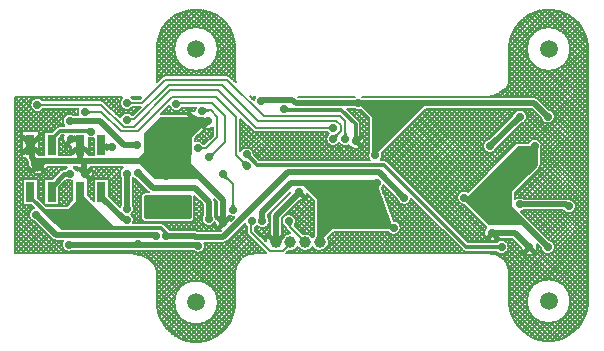
<source format=gbl>
G04*
G04 #@! TF.GenerationSoftware,Altium Limited,Altium Designer,21.0.9 (235)*
G04*
G04 Layer_Physical_Order=2*
G04 Layer_Color=16711680*
%FSLAX44Y44*%
%MOMM*%
G71*
G04*
G04 #@! TF.SameCoordinates,FF243E75-1A4C-4666-92C7-23B9F90F277F*
G04*
G04*
G04 #@! TF.FilePolarity,Positive*
G04*
G01*
G75*
%ADD11C,0.2000*%
%ADD16C,0.5000*%
%ADD17C,0.4000*%
%ADD20C,0.7000*%
%ADD59C,0.1700*%
%ADD60C,0.3000*%
%ADD62C,1.5000*%
%ADD64C,1.0000*%
G04:AMPARAMS|DCode=65|XSize=2mm|YSize=4mm|CornerRadius=0.07mm|HoleSize=0mm|Usage=FLASHONLY|Rotation=270.000|XOffset=0mm|YOffset=0mm|HoleType=Round|Shape=RoundedRectangle|*
%AMROUNDEDRECTD65*
21,1,2.0000,3.8600,0,0,270.0*
21,1,1.8600,4.0000,0,0,270.0*
1,1,0.1400,-1.9300,-0.9300*
1,1,0.1400,-1.9300,0.9300*
1,1,0.1400,1.9300,0.9300*
1,1,0.1400,1.9300,-0.9300*
%
%ADD65ROUNDEDRECTD65*%
%ADD66R,0.7874X1.6510*%
G36*
X489079Y399664D02*
X478460Y399605D01*
X492740Y385325D01*
Y355189D01*
X537485Y399933D01*
X496341Y399705D01*
X492740Y402105D01*
X489079Y399664D01*
D02*
G37*
G36*
X348968Y390784D02*
X349223Y391074D01*
X349485Y391334D01*
X349752Y391562D01*
X350026Y391761D01*
X350306Y391929D01*
X350592Y392066D01*
X350885Y392173D01*
X351183Y392249D01*
X351488Y392295D01*
X351799Y392310D01*
X351621Y394310D01*
X351322Y394324D01*
X351021Y394364D01*
X350719Y394432D01*
X350415Y394527D01*
X350108Y394649D01*
X349801Y394798D01*
X349492Y394975D01*
X349181Y395178D01*
X348868Y395409D01*
X348554Y395667D01*
X348968Y390784D01*
D02*
G37*
G36*
X249112Y389389D02*
X249411Y389657D01*
X249710Y389897D01*
X250009Y390108D01*
X250309Y390292D01*
X250609Y390447D01*
X250910Y390574D01*
X251211Y390673D01*
X251513Y390743D01*
X251815Y390786D01*
X252118Y390800D01*
X252196Y392800D01*
X251888Y392815D01*
X251584Y392859D01*
X251284Y392934D01*
X250988Y393038D01*
X250696Y393171D01*
X250408Y393335D01*
X250123Y393528D01*
X249843Y393751D01*
X249567Y394003D01*
X249295Y394286D01*
X249112Y389389D01*
D02*
G37*
G36*
X340763Y387380D02*
X310790D01*
X297570Y374160D01*
X304130Y367600D01*
X335250D01*
Y368305D01*
X335708Y368763D01*
X337088Y367382D01*
X336808Y367769D01*
X336670Y368226D01*
X336673Y368755D01*
X336817Y369355D01*
X337103Y370026D01*
X337282Y370336D01*
X351220Y384275D01*
X349493Y386002D01*
X350252Y386762D01*
X349968Y386793D01*
X348931Y386966D01*
X348800Y387004D01*
X348694Y387044D01*
X348614Y387084D01*
X348559Y387125D01*
X348464Y387031D01*
X348115Y387380D01*
X343718D01*
Y387418D01*
X343412Y387433D01*
X343109Y387476D01*
X342808Y387549D01*
X342509Y387650D01*
X342213Y387781D01*
X341918Y387940D01*
X341626Y388129D01*
X341336Y388346D01*
X341049Y388593D01*
X340763Y388868D01*
Y387380D01*
D02*
G37*
G36*
X250224Y378173D02*
X249993Y378055D01*
X249746Y377952D01*
X249484Y377862D01*
X249205Y377785D01*
X248911Y377723D01*
X248601Y377675D01*
X247934Y377619D01*
X247576Y377612D01*
X246870Y374613D01*
X247230Y374602D01*
X247567Y374568D01*
X247881Y374513D01*
X248172Y374436D01*
X248440Y374337D01*
X248684Y374215D01*
X248906Y374072D01*
X249105Y373906D01*
X249280Y373719D01*
X249433Y373509D01*
X250440Y378304D01*
X250224Y378173D01*
D02*
G37*
G36*
X466540Y374050D02*
X466494Y373746D01*
X466419Y373447D01*
X466314Y373152D01*
X466179Y372863D01*
X466013Y372578D01*
X465817Y372299D01*
X465592Y372024D01*
X465336Y371755D01*
X465050Y371490D01*
X469942Y371202D01*
X469678Y371508D01*
X469442Y371813D01*
X469234Y372118D01*
X469054Y372422D01*
X468901Y372726D01*
X468777Y373029D01*
X468680Y373332D01*
X468610Y373634D01*
X468568Y373936D01*
X468555Y374237D01*
X466555Y374360D01*
X466540Y374050D01*
D02*
G37*
G36*
X474665Y372481D02*
X474636Y372141D01*
X474589Y371820D01*
X474522Y371517D01*
X474437Y371232D01*
X474332Y370964D01*
X474209Y370715D01*
X474066Y370484D01*
X473905Y370271D01*
X473724Y370075D01*
X478624D01*
X478444Y370271D01*
X478282Y370484D01*
X478140Y370715D01*
X478016Y370964D01*
X477912Y371232D01*
X477826Y371517D01*
X477760Y371820D01*
X477712Y372141D01*
X477684Y372481D01*
X477674Y372838D01*
X474674D01*
X474665Y372481D01*
D02*
G37*
G36*
X460147Y373545D02*
X459902Y373361D01*
X459637Y373199D01*
X459354Y373060D01*
X459052Y372942D01*
X458731Y372847D01*
X458392Y372774D01*
X458033Y372723D01*
X457655Y372693D01*
X457259Y372687D01*
X460723Y369222D01*
X460730Y369618D01*
X460760Y369996D01*
X460811Y370355D01*
X460884Y370695D01*
X460979Y371016D01*
X461097Y371317D01*
X461236Y371601D01*
X461398Y371865D01*
X461581Y372110D01*
X461787Y372336D01*
X460373Y373750D01*
X460147Y373545D01*
D02*
G37*
G36*
X238800Y372491D02*
X238694Y372370D01*
X238519Y372263D01*
X238272Y372170D01*
X237955Y372091D01*
X237568Y372027D01*
X237110Y371977D01*
X235984Y371920D01*
X235315Y371912D01*
Y366912D01*
X235984Y366902D01*
X237110Y366821D01*
X237568Y366749D01*
X237955Y366657D01*
X238272Y366545D01*
X238519Y366412D01*
X238694Y366259D01*
X238800Y366086D01*
X238835Y365892D01*
Y372627D01*
X238800Y372491D01*
D02*
G37*
G36*
X217675Y367637D02*
X217689Y367532D01*
X217701Y367369D01*
X217739Y365684D01*
X217742Y364603D01*
X219742D01*
X219825Y367683D01*
X217659D01*
X217675Y367637D01*
D02*
G37*
G36*
X264618Y357242D02*
X264668Y357717D01*
X264819Y358142D01*
X265071Y358517D01*
X265423Y358842D01*
X265875Y359117D01*
X266429Y359342D01*
X267083Y359517D01*
X267837Y359642D01*
X268693Y359717D01*
X269648Y359742D01*
Y364742D01*
X268693Y364767D01*
X267837Y364842D01*
X267083Y364967D01*
X266429Y365142D01*
X265875Y365367D01*
X265423Y365642D01*
X265071Y365967D01*
X264819Y366342D01*
X264668Y366767D01*
X264618Y367242D01*
Y357242D01*
D02*
G37*
G36*
X297489Y360625D02*
X297648Y360188D01*
X297659Y359673D01*
X297523Y359082D01*
X297240Y358413D01*
X296810Y357667D01*
X296232Y356845D01*
X295508Y355945D01*
X293618Y353915D01*
X295672Y352434D01*
X292260Y349021D01*
X306500Y334780D01*
X345940D01*
X334636Y346084D01*
Y349488D01*
X337136D01*
X337067Y354910D01*
X334636Y354782D01*
Y356971D01*
X301911D01*
X297184Y360986D01*
X297489Y360625D01*
D02*
G37*
G36*
X355292Y357907D02*
X355042Y357726D01*
X354778Y357575D01*
X354500Y357457D01*
X354208Y357370D01*
X353902Y357314D01*
X353582Y357290D01*
X353249Y357298D01*
X352901Y357337D01*
X352539Y357408D01*
X355163Y353270D01*
X355259Y353680D01*
X355482Y354434D01*
X355611Y354778D01*
X355900Y355399D01*
X356061Y355676D01*
X356233Y355931D01*
X356416Y356164D01*
X356610Y356374D01*
X355528Y358121D01*
X355292Y357907D01*
D02*
G37*
G36*
X199183Y356177D02*
X199287Y356082D01*
X199379Y355924D01*
X199459Y355704D01*
X199526Y355421D01*
X199581Y355076D01*
X199624Y354668D01*
X199673Y353663D01*
X199679Y353066D01*
X204679D01*
X204648Y356178D01*
X199067Y356209D01*
X199183Y356177D01*
D02*
G37*
G36*
X204764Y349057D02*
X205019Y349356D01*
X205305Y349572D01*
X205620Y349705D01*
X205784Y349728D01*
X205520Y348695D01*
X201950Y350392D01*
X201263Y347664D01*
X204261Y347559D01*
X204276Y347649D01*
X204315Y347741D01*
X204379Y347836D01*
X204466Y347934D01*
X204577Y348034D01*
X204712Y348138D01*
X204870Y348245D01*
X205261Y348466D01*
X205491Y348581D01*
X205520Y348695D01*
X205620Y348648D01*
X206239Y348967D01*
X206808Y349211D01*
X207254Y349356D01*
X207654Y349112D01*
X208151Y348742D01*
X208381Y348545D01*
X208523Y348279D01*
X208776Y347714D01*
X208955Y347196D01*
X209058Y346725D01*
X209086Y346302D01*
X209039Y345928D01*
X208916Y345600D01*
X208719Y345320D01*
X208447Y345088D01*
X208099Y344904D01*
X212483Y345563D01*
X211853Y348130D01*
X208679Y348289D01*
X208381Y348545D01*
X208195Y348892D01*
X208296Y349487D01*
X208598Y349445D01*
X208924Y349317D01*
X209200Y349115D01*
X209428Y348839D01*
X209607Y348489D01*
X209017Y352883D01*
X207630Y352565D01*
X206355Y353195D01*
X204764Y349057D01*
D02*
G37*
G36*
X239139Y356128D02*
X239410Y355978D01*
X239650Y355728D01*
X239858Y355378D01*
X240033Y354928D01*
X240177Y354378D01*
X240289Y353728D01*
X240369Y352978D01*
X240433Y351178D01*
X245433D01*
X245445Y352128D01*
X245627Y354378D01*
X245737Y354928D01*
X245870Y355378D01*
X246028Y355728D01*
X246211Y355978D01*
X246417Y356128D01*
X246648Y356178D01*
X238835D01*
X239139Y356128D01*
D02*
G37*
G36*
X379267Y349674D02*
X379473Y349448D01*
X379656Y349203D01*
X379818Y348939D01*
X379958Y348656D01*
X380075Y348354D01*
X380170Y348033D01*
X380244Y347693D01*
X380295Y347334D01*
X380324Y346956D01*
X380331Y346560D01*
X383796Y350025D01*
X383399Y350032D01*
X383021Y350061D01*
X382663Y350112D01*
X382323Y350185D01*
X382002Y350280D01*
X381700Y350398D01*
X381417Y350537D01*
X381153Y350699D01*
X380907Y350883D01*
X380681Y351088D01*
X379267Y349674D01*
D02*
G37*
G36*
X364066Y335513D02*
X364462Y335506D01*
X364840Y335477D01*
X365199Y335426D01*
X365538Y335353D01*
X365859Y335257D01*
X366161Y335140D01*
X366445Y335000D01*
X366709Y334839D01*
X366954Y334655D01*
X367180Y334449D01*
X368594Y335864D01*
X368389Y336090D01*
X368205Y336335D01*
X368043Y336599D01*
X367904Y336882D01*
X367786Y337184D01*
X367691Y337505D01*
X367618Y337845D01*
X367566Y338204D01*
X367537Y338582D01*
X367531Y338978D01*
X364066Y335513D01*
D02*
G37*
G36*
X259732Y324107D02*
X259702Y323815D01*
X259652Y323525D01*
X259582Y323239D01*
X259492Y322956D01*
X259382Y322675D01*
X259252Y322398D01*
X259102Y322124D01*
X258932Y321853D01*
X258743Y321586D01*
X262741D01*
X262551Y321853D01*
X262381Y322124D01*
X262232Y322398D01*
X262102Y322675D01*
X261992Y322956D01*
X261902Y323239D01*
X261832Y323525D01*
X261782Y323815D01*
X261752Y324107D01*
X261742Y324403D01*
X259742D01*
X259732Y324107D01*
D02*
G37*
G36*
X371350Y314149D02*
X371306Y313845D01*
X371234Y313544D01*
X371132Y313245D01*
X371002Y312949D01*
X370842Y312654D01*
X370654Y312362D01*
X370436Y312073D01*
X370190Y311785D01*
X369914Y311500D01*
X374814D01*
X374539Y311785D01*
X374292Y312073D01*
X374075Y312362D01*
X373886Y312654D01*
X373727Y312949D01*
X373596Y313245D01*
X373495Y313544D01*
X373422Y313845D01*
X373379Y314149D01*
X373364Y314454D01*
X371364D01*
X371350Y314149D01*
D02*
G37*
G36*
X568740Y318600D02*
X569340Y318000D01*
X568165Y316825D01*
X589130Y295860D01*
X621900Y295860D01*
X608590Y309170D01*
Y328045D01*
X627699Y347154D01*
Y363182D01*
X613322D01*
X568740Y318600D01*
D02*
G37*
G36*
X418935Y295901D02*
X419053Y295867D01*
X419159Y295811D01*
X419253Y295735D01*
X419334Y295638D01*
X419402Y295520D01*
X419458Y295381D01*
X419502Y295221D01*
X419533Y295041D01*
X419551Y294839D01*
X419558Y294617D01*
X421558D01*
X421562Y294956D01*
X421624Y295807D01*
X421662Y296036D01*
X421707Y296237D01*
X421762Y296410D01*
X421824Y296556D01*
X421895Y296674D01*
X421974Y296765D01*
X418935Y295901D01*
D02*
G37*
G36*
X242742Y319882D02*
X232760Y309900D01*
X211480D01*
Y309346D01*
X227176Y293651D01*
X240492D01*
X242742Y292151D01*
X244992Y293651D01*
X273494D01*
X242742Y324403D01*
Y319882D01*
D02*
G37*
G36*
X405927Y288530D02*
X405847Y287562D01*
X405777Y287132D01*
X405687Y286738D01*
X405577Y286380D01*
X405447Y286058D01*
X405297Y285772D01*
X405127Y285522D01*
X404937Y285308D01*
X411937D01*
X411747Y285522D01*
X411577Y285772D01*
X411427Y286058D01*
X411297Y286380D01*
X411187Y286738D01*
X411097Y287132D01*
X411027Y287562D01*
X410977Y288028D01*
X410937Y289067D01*
X405937D01*
X405927Y288530D01*
D02*
G37*
G36*
X445937Y315333D02*
Y283686D01*
X455860Y293609D01*
X508196D01*
X493951Y331700D01*
X429570D01*
X445937Y315333D01*
D02*
G37*
D11*
X329959Y311271D02*
X317136D01*
X301437D01*
X508328Y293956D02*
X456207D01*
X445937Y281737D02*
Y283686D01*
X456207Y293956D02*
X445937Y283686D01*
X387650Y290051D02*
Y298964D01*
X414468Y274037D02*
X403663D01*
X387650Y290051D01*
X388024Y299337D02*
X387650Y298964D01*
X349554Y361200D02*
X342336D01*
X358720Y370366D02*
Y388084D01*
Y370366D02*
X349554Y361200D01*
X352822Y354000D02*
X351740D01*
X365268Y366446D02*
Y388758D01*
Y366446D02*
X352822Y354000D01*
X463128Y388413D02*
X398352D01*
X367458Y419307D02*
X314795D01*
X398352Y388413D02*
X367458Y419307D01*
X459666Y384713D02*
X393747D01*
X363449Y415010D02*
X318098D01*
X393747Y384713D02*
X363449Y415010D01*
X359693Y410221D02*
X319410D01*
X391434Y378480D02*
X359693Y410221D01*
X457028Y378480D02*
X391434D01*
X357823Y404990D02*
X321060D01*
X375050Y387762D02*
X357823Y404990D01*
X375050Y355305D02*
Y387762D01*
X354812Y399214D02*
X324684D01*
X365268Y388758D02*
X354812Y399214D01*
X353495Y393310D02*
X346566D01*
X358720Y388084D02*
X353495Y393310D01*
X463855Y380525D02*
X459666Y384713D01*
X467555Y383987D02*
X463128Y388413D01*
X260954Y391800D02*
X246836D01*
X291707Y375637D02*
X277118D01*
X260954Y391800D01*
X260912Y398130D02*
X206870D01*
X279705Y379337D02*
X260912Y398130D01*
X288526Y379337D02*
X279705D01*
X288824Y385737D02*
X282787D01*
X318098Y415010D02*
X288824Y385737D01*
X319410Y410221D02*
X288526Y379337D01*
X321060Y404990D02*
X291707Y375637D01*
X246836Y391800D02*
X246706Y391930D01*
X206870Y398130D02*
X206740Y398000D01*
X282787Y385737D02*
X282587Y385537D01*
X351220Y384275D02*
X349995D01*
X346566Y393310D02*
X346270Y393014D01*
X324684Y399214D02*
X324260Y398790D01*
X349995Y384275D02*
X347852Y386418D01*
X338264D01*
X372364Y330680D02*
X364031Y339013D01*
X372364Y309000D02*
Y330680D01*
X433437Y281737D02*
X420558Y294617D01*
Y297164D01*
X419233Y298488D01*
X314795Y419307D02*
X295189Y399700D01*
X467555Y369057D02*
Y383987D01*
X463855Y375818D02*
Y380525D01*
X457058Y378510D02*
X457028Y378480D01*
X463855Y375818D02*
X457224Y369187D01*
X467555Y369057D02*
X467349Y368851D01*
X295189Y399700D02*
X282420D01*
X383831Y346525D02*
X375050Y355305D01*
X218742Y364403D02*
Y368721D01*
X420937Y280507D02*
Y281737D01*
Y280507D02*
X414468Y274037D01*
X260742Y320085D02*
Y324403D01*
D16*
X293376Y350137D02*
X242951D01*
X306464Y286920D02*
X305433Y287951D01*
X307005Y286920D02*
X306464D01*
X305433Y287951D02*
X222627D01*
X351720Y301386D02*
Y316023D01*
X339845Y327898D02*
X304287D01*
X351720Y316023D02*
X339845Y327898D01*
X304287D02*
X291597Y340588D01*
X205108Y350137D02*
X202179Y353066D01*
Y362966D01*
X242951Y350137D02*
X205108D01*
X654575Y313624D02*
X615090D01*
X638884Y277662D02*
X598545Y318000D01*
X656740Y312000D02*
X656199D01*
X654575Y313624D01*
X425315Y399605D02*
X422607Y402313D01*
X492740Y399605D02*
X425315D01*
X396613Y401519D02*
X396071Y402060D01*
X422607Y402313D02*
X397792D01*
X396998Y401519D02*
X396613D01*
X397792Y402313D02*
X396998Y401519D01*
X627699Y347154D02*
Y363182D01*
Y347154D02*
X598545Y318000D01*
X222627Y287951D02*
X205540Y305038D01*
X294332Y279220D02*
X293796Y279756D01*
X340819Y279220D02*
X294332D01*
X293796Y279756D02*
X292382D01*
X291999Y280138D01*
X291643Y279230D02*
X233800D01*
X279662Y301165D02*
X260742Y320085D01*
X282453Y310209D02*
Y339644D01*
X342358Y279095D02*
X340943D01*
X342740Y278713D02*
X342358Y279095D01*
X339974Y286920D02*
X315705D01*
X364209Y286413D02*
X340481D01*
X340943Y279095D02*
X340819Y279220D01*
X340481Y286413D02*
X339974Y286920D01*
X279996Y363793D02*
X259560Y384230D01*
X234040D01*
X291007Y363793D02*
X279996D01*
X262179Y362242D02*
Y362966D01*
X260742Y364403D01*
X270015Y362242D02*
X262179D01*
X291200Y363600D02*
X291007Y363793D01*
X351220Y384275D02*
X347514D01*
X327136Y364471D02*
X327136D01*
X347514Y384275D02*
X341957Y378718D01*
X341384D01*
X327136Y364471D01*
X418507Y340710D02*
X364209Y286413D01*
X495830Y340710D02*
X418507D01*
X363920Y298163D02*
Y317687D01*
X364013Y298070D02*
X363920Y298163D01*
Y317687D02*
X334636Y346971D01*
Y356971D01*
X327136Y364471D02*
X317136D01*
X334636Y356971D02*
X327136Y364471D01*
X428310Y323748D02*
X408437Y303874D01*
X428310Y323748D02*
Y324000D01*
X408437Y281737D02*
Y303874D01*
X397311Y299442D02*
Y307186D01*
X421825Y331700D02*
X397311Y307186D01*
X446940Y331700D02*
X421825D01*
X493951D02*
X446940D01*
X445937Y330697D01*
Y281737D02*
Y330697D01*
X517340Y319200D02*
X495830Y340710D01*
X242742Y364403D02*
Y367976D01*
X241305Y369412D02*
X235315D01*
X242742Y367976D02*
X241305Y369412D01*
X317136Y364471D02*
X315637Y362972D01*
Y337922D02*
Y362972D01*
X317136Y364471D02*
X307136D01*
X246528Y349422D02*
X245813Y350137D01*
X246528Y339835D02*
Y349422D01*
X299636Y356397D02*
X293376Y350137D01*
X307136Y364471D02*
X299636Y356971D01*
X202179Y362966D02*
X200742Y364403D01*
X246720Y339643D02*
X246528Y339835D01*
X242933Y364212D02*
X242742Y364403D01*
X242951Y350137D02*
X242933Y350156D01*
Y364212D01*
X299636Y356397D02*
Y356971D01*
X627257Y399605D02*
X492740D01*
Y355189D02*
X492683Y355132D01*
X492740Y355189D02*
Y399605D01*
X638797Y388066D02*
X627257Y399605D01*
X614952Y388012D02*
X590070Y363130D01*
X615307Y388012D02*
X614952D01*
X590070Y363130D02*
X589715D01*
X610832Y289750D02*
X591623D01*
X623164Y277418D02*
X610832Y289750D01*
X569340Y318000D02*
X568140Y319200D01*
X598545Y318000D02*
X569340D01*
D17*
X200742Y364403D02*
X194265Y370880D01*
X207219D02*
X200742Y364403D01*
X235315Y369412D02*
X231044Y365142D01*
X200742Y364403D02*
X194265Y357926D01*
X207219D02*
X200742Y364403D01*
X207032Y347462D02*
X202761Y343191D01*
X211303D02*
X207032Y347462D01*
X242742Y364403D02*
X236265Y357926D01*
X249219D02*
X242742Y364403D01*
X250991Y343914D02*
X246720Y339643D01*
X242449Y343914D01*
X250991Y335372D02*
X246720Y339643D01*
X338264Y386418D02*
X333993Y390689D01*
X351220Y384275D02*
X346949Y380004D01*
X364013Y298070D02*
X359743Y302341D01*
X368284D02*
X364013Y298070D01*
X359743Y293799D01*
X432581Y319729D02*
X428310Y324000D01*
X480445Y363305D02*
X476174Y367576D01*
X480445Y371847D02*
X476174Y367576D01*
X408437Y281737D02*
X403105Y287069D01*
X413769D02*
X408437Y281737D01*
X591623Y289750D02*
X587352Y285479D01*
X595894D02*
X591623Y289750D01*
X623164Y277418D02*
X618893Y273148D01*
X627435D02*
X623164Y277418D01*
X234710Y339643D02*
X234136Y339069D01*
X229090D01*
X218742Y324403D02*
Y328721D01*
X229090Y339069D02*
X218742Y328721D01*
D20*
X508328Y293956D02*
D03*
X252382Y375393D02*
D03*
X307005Y286920D02*
D03*
X415861Y394613D02*
D03*
X282424Y300400D02*
D03*
X291999Y280138D02*
D03*
X282604Y310058D02*
D03*
X315705Y286920D02*
D03*
X270015Y362242D02*
D03*
X234040Y384230D02*
D03*
X246706Y391930D02*
D03*
X291200Y363600D02*
D03*
X282587Y385537D02*
D03*
X351220Y384275D02*
D03*
X346270Y393014D02*
D03*
X342336Y361200D02*
D03*
X338264Y386418D02*
D03*
X342740Y278713D02*
D03*
X388024Y299337D02*
D03*
X364013Y298070D02*
D03*
X372364Y309000D02*
D03*
X428310Y324000D02*
D03*
X493951Y331700D02*
D03*
X419601Y299337D02*
D03*
X397311Y299442D02*
D03*
X396074Y401137D02*
D03*
X457058Y378510D02*
D03*
X457224Y369187D02*
D03*
X467349Y368851D02*
D03*
X517340Y319200D02*
D03*
X235315Y369412D02*
D03*
X315637Y337922D02*
D03*
X476174Y367576D02*
D03*
X282420Y399700D02*
D03*
X324260Y398790D02*
D03*
X383831Y346525D02*
D03*
X599684Y277556D02*
D03*
X207032Y347462D02*
D03*
X246720Y339643D02*
D03*
X234710D02*
D03*
X200742Y324403D02*
D03*
X492683Y355132D02*
D03*
X206740Y398000D02*
D03*
X351740Y354000D02*
D03*
X383831Y356000D02*
D03*
X364031Y339013D02*
D03*
X205540Y305038D02*
D03*
X233444Y279586D02*
D03*
X589715Y363130D02*
D03*
X638884Y277662D02*
D03*
X615090Y313624D02*
D03*
X568140Y319200D02*
D03*
X656740Y312000D02*
D03*
X627699Y363182D02*
D03*
X478460Y399605D02*
D03*
X623164Y277418D02*
D03*
X638797Y388066D02*
D03*
X615307Y388012D02*
D03*
X591623Y289750D02*
D03*
X291597Y340588D02*
D03*
X282302Y339795D02*
D03*
X329959Y311271D02*
D03*
X301437D02*
D03*
X351720Y301386D02*
D03*
D59*
X211542Y401680D02*
G03*
X200690Y398000I-4802J-3680D01*
G01*
D02*
G03*
X211731Y394580I6050J0D01*
G01*
X226134Y380163D02*
G03*
X223270Y378976I0J-4050D01*
G01*
X241267Y394580D02*
G03*
X240656Y391930I5439J-2650D01*
G01*
X226134Y380163D02*
G03*
X223262Y378968I0J-4050D01*
G01*
X227990Y384230D02*
G03*
X229562Y380163I6050J0D01*
G01*
X237372Y389280D02*
G03*
X227990Y384230I-3332J-5050D01*
G01*
X228955Y372062D02*
G03*
X228425Y369412I6360J-2650D01*
G01*
X240656Y391930D02*
G03*
X241267Y389280I6050J0D01*
G01*
X250069Y369803D02*
G03*
X254255Y369640I2314J5590D01*
G01*
X197138Y352758D02*
G03*
X198608Y349495I5041J309D01*
G01*
X197138Y352758D02*
G03*
X198615Y349488I5041J309D01*
G01*
X198895Y349208D02*
G03*
X198715Y347753I8137J-1746D01*
G01*
X210128Y355187D02*
G03*
X208069Y355720I-3096J-7725D01*
G01*
X199029Y349075D02*
G03*
X198710Y347536I3731J-1575D01*
G01*
X198712Y347612D02*
G03*
X201132Y343904I4050J0D01*
G01*
X198710Y347462D02*
G03*
X215008Y345087I8322J0D01*
G01*
X228425Y369412D02*
G03*
X235415Y362523I6890J0D01*
G01*
X232071Y345087D02*
G03*
X230150Y343619I2639J-5444D01*
G01*
X240263Y342046D02*
G03*
X237349Y345087I-5552J-2403D01*
G01*
X229090Y343619D02*
G03*
X225873Y342286I0J-4550D01*
G01*
X229090Y343619D02*
G03*
X225873Y342286I0J-4550D01*
G01*
X241479Y344115D02*
G03*
X240263Y342046I5242J-4472D01*
G01*
X231494Y334519D02*
G03*
X236255Y333794I3217J5124D01*
G01*
X322490Y445300D02*
G03*
X322490Y445300I18550J0D01*
G01*
D02*
G03*
X322490Y445300I18550J0D01*
G01*
X287319Y403250D02*
G03*
X286320Y404325I-4899J-3550D01*
G01*
X278521D02*
G03*
X276370Y399700I3900J-4626D01*
G01*
X263422Y400640D02*
G03*
X260912Y401680I-2510J-2510D01*
G01*
X263425Y400637D02*
G03*
X260912Y401680I-2513J-2507D01*
G01*
X314795Y422857D02*
G03*
X312282Y421814I0J-3550D01*
G01*
X314795Y422857D02*
G03*
X312285Y421817I0J-3550D01*
G01*
X276252Y339795D02*
G03*
X277403Y336245I6050J0D01*
G01*
X279369Y345087D02*
G03*
X276252Y339795I2932J-5292D01*
G01*
X276370Y399700D02*
G03*
X287319Y396150I6050J0D01*
G01*
X287335Y389287D02*
G03*
X276791Y387271I-4748J-3750D01*
G01*
X287503Y336134D02*
G03*
X290382Y334661I4094J4454D01*
G01*
X318395Y397305D02*
G03*
X329440Y395664I5865J1485D01*
G01*
X369971Y421814D02*
G03*
X367458Y422857I-2513J-2507D01*
G01*
X369968Y421817D02*
G03*
X367458Y422857I-2510J-2510D01*
G01*
X340831Y395664D02*
G03*
X340220Y393025I5439J-2650D01*
G01*
D02*
G03*
X332366Y389980I-1956J-6606D01*
G01*
X347235Y364750D02*
G03*
X340526Y366973I-4899J-3550D01*
G01*
X348547Y377925D02*
G03*
X355170Y378630I2673J6350D01*
G01*
X249229Y333226D02*
G03*
X251579Y344529I-2509J6417D01*
G01*
X297836Y323821D02*
G03*
X294586Y320571I0J-3250D01*
G01*
X286157Y305161D02*
G03*
X287503Y313608I-3553J4897D01*
G01*
X204168Y310931D02*
G03*
X199490Y305038I1372J-5892D01*
G01*
D02*
G03*
X204325Y299111I6050J0D01*
G01*
X219050Y284387D02*
G03*
X222627Y282901I3578J3564D01*
G01*
X219056Y284380D02*
G03*
X222627Y282901I3571J3571D01*
G01*
X228383D02*
G03*
X227394Y279586I5061J-3315D01*
G01*
D02*
G03*
X236161Y274180I6050J0D01*
G01*
X277403Y313149D02*
G03*
X276680Y311288I5201J-3091D01*
G01*
X287839Y297701D02*
G03*
X286157Y305161I-5415J2698D01*
G01*
X294586Y301971D02*
G03*
X297836Y298721I3250J0D01*
G01*
X293409Y274255D02*
G03*
X294332Y274170I923J4965D01*
G01*
X293409Y274255D02*
G03*
X294332Y274170I923J4965D01*
G01*
X290950Y274180D02*
G03*
X293409Y274255I1050J5958D01*
G01*
X300709Y324334D02*
G03*
X301307Y323821I3578J3564D01*
G01*
X300716Y324327D02*
G03*
X301307Y323821I3571J3571D01*
G01*
X336436Y298721D02*
G03*
X339686Y301971I0J3250D01*
G01*
X314459Y296515D02*
G03*
X311595Y297701I-2864J-2864D01*
G01*
X314467Y296507D02*
G03*
X311595Y297701I-2872J-2855D01*
G01*
X346670Y304717D02*
G03*
X345670Y301386I5050J-3332D01*
G01*
X318462Y292306D02*
G03*
X317795Y293178I-3522J-1999D01*
G01*
X318462Y292306D02*
G03*
X317803Y293170I-3522J-1999D01*
G01*
X342180Y291463D02*
G03*
X339974Y291970I-2206J-4543D01*
G01*
X342180Y291463D02*
G03*
X339974Y291970I-2206J-4543D01*
G01*
X338744Y274170D02*
G03*
X348179Y281363I3996J4543D01*
G01*
X356770Y316023D02*
G03*
X356287Y318178I-5050J0D01*
G01*
X356770Y316023D02*
G03*
X356287Y318178I-5050J0D01*
G01*
X357755Y300951D02*
G03*
X356770Y304717I-6034J435D01*
G01*
X345670Y301386D02*
G03*
X357155Y298727I6050J0D01*
G01*
X368970Y303992D02*
G03*
X373771Y303116I3394J5008D01*
G01*
X358870Y302655D02*
G03*
X357755Y300951I5143J-4585D01*
G01*
X370634Y299979D02*
G03*
X368970Y302855I-6620J-1909D01*
G01*
X357123Y298070D02*
G03*
X362060Y291463I6890J0D01*
G01*
X364209Y281363D02*
G03*
X367780Y282842I0J5050D01*
G01*
X364209Y281363D02*
G03*
X367787Y282849I0J5050D01*
G01*
X322490Y230700D02*
G03*
X322490Y230700I18550J0D01*
G01*
D02*
G03*
X322490Y230700I18550J0D01*
G01*
X391204Y404725D02*
G03*
X390053Y401732I4870J-3589D01*
G01*
X475128Y394556D02*
G03*
X480484Y393904I3332J5050D01*
G01*
X480224Y381506D02*
G03*
X479030Y384378I-4050J0D01*
G01*
X480224Y381506D02*
G03*
X479038Y384370I-4050J0D01*
G01*
X388921Y375973D02*
G03*
X391434Y374930I2513J2507D01*
G01*
X388924Y375970D02*
G03*
X391434Y374930I2510J2510D01*
G01*
X452181D02*
G03*
X453286Y373780I4877J3580D01*
G01*
X389873Y355686D02*
G03*
X378600Y359041I-6042J314D01*
G01*
X451174Y369187D02*
G03*
X462177Y365713I6050J0D01*
G01*
X453286Y373780D02*
G03*
X451174Y369187I3938J-4593D01*
G01*
X462177Y365713D02*
G03*
X470491Y363681I5172J3138D01*
G01*
X428834Y317130D02*
G03*
X435046Y322548I-524J6870D01*
G01*
X470491Y363681D02*
G03*
X480224Y373150I5683J3895D01*
G01*
X588926Y369128D02*
G03*
X583665Y363130I789J-5998D01*
G01*
D02*
G03*
X595526Y361444I6050J0D01*
G01*
X486633Y355132D02*
G03*
X488051Y351240I6050J0D01*
G01*
X487690Y358549D02*
G03*
X486633Y355132I4993J-3417D01*
G01*
X497315Y351240D02*
G03*
X498384Y357156I-4632J3892D01*
G01*
X503142Y350046D02*
G03*
X500270Y351240I-2872J-2855D01*
G01*
X503134Y350054D02*
G03*
X500270Y351240I-2864J-2864D01*
G01*
X498300Y327494D02*
G03*
X499670Y329728I-4349J4206D01*
G01*
X562090Y319200D02*
G03*
X567919Y313154I6050J0D01*
G01*
X511413Y317985D02*
G03*
X523337Y318396I5927J1215D01*
G01*
X570997Y324533D02*
G03*
X562090Y319200I-2856J-5333D01*
G01*
X620990Y445300D02*
G03*
X620990Y445300I18550J0D01*
G01*
D02*
G03*
X620990Y445300I18550J0D01*
G01*
X630835Y403170D02*
G03*
X627257Y404655I-3578J-3564D01*
G01*
X630828Y403176D02*
G03*
X627257Y404655I-3571J-3571D01*
G01*
X616095Y382014D02*
G03*
X609496Y389698I-789J5998D01*
G01*
X618422Y318674D02*
G03*
X611190Y318250I-3332J-5050D01*
G01*
X631270Y343583D02*
G03*
X632749Y347154I-3571J3571D01*
G01*
X631263Y343576D02*
G03*
X632749Y347154I-3564J3578D01*
G01*
Y359850D02*
G03*
X622236Y365782I-5050J3332D01*
G01*
X632870Y386851D02*
G03*
X640012Y393992I5927J1215D01*
G01*
X657019Y318044D02*
G03*
X654575Y318674I-2444J-4419D01*
G01*
X657019Y318044D02*
G03*
X654575Y318674I-2444J-4419D01*
G01*
X404866Y307445D02*
G03*
X403387Y303874I3571J-3571D01*
G01*
X404873Y307452D02*
G03*
X403387Y303874I3564J-3578D01*
G01*
X382304Y297365D02*
G03*
X384100Y294732I5720J1972D01*
G01*
X391200Y294188D02*
G03*
X392711Y295512I-3177J5149D01*
G01*
X392711D02*
G03*
X402361Y302773I4600J3929D01*
G01*
X413551Y299337D02*
G03*
X417096Y293830I6050J0D01*
G01*
X424461Y295734D02*
G03*
X413551Y299337I-4860J3603D01*
G01*
X417096Y293830D02*
G03*
X418047Y292107I3462J786D01*
G01*
X417096Y293830D02*
G03*
X418050Y292104I3462J786D01*
G01*
X503429Y290406D02*
G03*
X508582Y300001I4899J3550D01*
G01*
X384100Y290051D02*
G03*
X385143Y287537I3550J0D01*
G01*
X384100Y290051D02*
G03*
X385140Y287540I3550J0D01*
G01*
X420867Y289287D02*
G03*
X415223Y286672I70J-7550D01*
G01*
X403387Y288437D02*
G03*
X400094Y282627I5050J-6700D01*
G01*
X415223Y286672D02*
G03*
X413487Y288437I-6786J-4934D01*
G01*
X427187Y277502D02*
G03*
X439687Y277502I6250J4236D01*
G01*
X419734Y274284D02*
G03*
X427187Y277502I1203J7454D01*
G01*
X440887Y287350D02*
G03*
X439687Y285973I5050J-5612D01*
G01*
D02*
G03*
X431236Y288959I-6250J-4236D01*
G01*
X439687Y277502D02*
G03*
X452586Y285315I6250J4236D01*
G01*
X567032Y274701D02*
G03*
X569904Y273506I2872J2855D01*
G01*
X586721Y294592D02*
G03*
X584733Y289750I4902J-4842D01*
G01*
D02*
G03*
X596310Y284700I6890J0D01*
G01*
X616038Y307649D02*
G03*
X618422Y308574I-948J5975D01*
G01*
X567040Y274692D02*
G03*
X569904Y273506I2864J2864D01*
G01*
X595190D02*
G03*
X595190Y281606I4494J4050D01*
G01*
X651753Y308574D02*
G03*
X657019Y318044I4987J3426D01*
G01*
X616278Y277162D02*
G03*
X629644Y279760I6885J257D01*
G01*
X632957Y276447D02*
G03*
X640099Y283588I5927J1215D01*
G01*
X620990Y231700D02*
G03*
X620990Y231700I18550J0D01*
G01*
D02*
G03*
X620990Y231700I18550J0D01*
G01*
X190011Y404325D02*
X188106Y402421D01*
X200858Y399413D02*
X195945Y404325D01*
X198496D02*
X188106Y393935D01*
X194253Y404325D02*
X188106Y398178D01*
X202350Y402163D02*
X200187Y404325D01*
X202738D02*
X188106Y389693D01*
X201642Y394743D02*
X188106Y381207D01*
X200690Y398035D02*
X188106Y385450D01*
X203834Y392693D02*
X188106Y376965D01*
X222691Y394580D02*
X204159Y376048D01*
X208069D02*
X193415D01*
X215561Y401680D02*
X212915Y404325D01*
X219709D02*
X217064Y401680D01*
X215466Y404325D02*
X212821Y401680D01*
X223952Y404325D02*
X221306Y401680D01*
X224046D02*
X221401Y404325D01*
X219804Y401680D02*
X217158Y404325D01*
X204970Y403785D02*
X204430Y404325D01*
X209750Y403248D02*
X208673Y404325D01*
X211224D02*
X209997Y403099D01*
X224637Y379876D02*
X210903Y393610D01*
X222282Y377988D02*
X208153Y392117D01*
X203009Y376048D02*
X188106Y390951D01*
X207252Y376048D02*
X188106Y395194D01*
X207366Y391982D02*
X188106Y372722D01*
X198767Y376048D02*
X188106Y386709D01*
X216577Y375208D02*
X188106Y403679D01*
X220161Y375867D02*
X191702Y404325D01*
X212335Y375208D02*
X188106Y399437D01*
X193415Y373789D02*
X188106Y368479D01*
X193415Y368672D02*
X188106Y373981D01*
X193415Y364429D02*
X188106Y369738D01*
X193415Y372914D02*
X188106Y378224D01*
X194524Y376048D02*
X188106Y382466D01*
X208069Y375231D02*
X207252Y376048D01*
X208069Y355720D02*
Y376048D01*
X193415Y352758D02*
Y376048D01*
X214206Y394580D02*
X195674Y376048D01*
X218449Y394580D02*
X199917Y376048D01*
X223262Y378968D02*
X219501Y375208D01*
X212255Y366802D02*
X208069Y370988D01*
X212255Y371415D02*
X208069Y367229D01*
X212255Y371045D02*
X208069Y375231D01*
X219501Y375208D02*
X212255D01*
Y355187D02*
Y375208D01*
X232437Y404325D02*
X229792Y401680D01*
X232532D02*
X229886Y404325D01*
X228194D02*
X225549Y401680D01*
X228289D02*
X225643Y404325D01*
X278521D02*
X188106D01*
X236774Y401680D02*
X234129Y404325D01*
X236680D02*
X234034Y401680D01*
X235670Y390056D02*
X231146Y394580D01*
X239662D02*
X235242Y390159D01*
X231682Y389801D02*
X226904Y394580D01*
X260912Y401680D02*
X211542D01*
X241267Y394580D02*
X211731D01*
X241267Y389280D02*
X237372D01*
X249502Y401680D02*
X246856Y404325D01*
X253650D02*
X251005Y401680D01*
X249408Y404325D02*
X246762Y401680D01*
X257893Y404325D02*
X255247Y401680D01*
X257987D02*
X255342Y404325D01*
X253745Y401680D02*
X251099Y404325D01*
X240922D02*
X238277Y401680D01*
X241017D02*
X238371Y404325D01*
X240832Y393380D02*
X239632Y394580D01*
X245165Y404325D02*
X242519Y401680D01*
X245259D02*
X242614Y404325D01*
X228593Y380163D02*
X214176Y394580D01*
X228035Y384963D02*
X218418Y394580D01*
X226934D02*
X208069Y375715D01*
X235419Y394580D02*
X216047Y375208D01*
X229279Y387962D02*
X222661Y394580D01*
X231177D02*
X208069Y371472D01*
X228111Y383029D02*
X225114Y380032D01*
X227811Y372062D02*
X225229Y369480D01*
X228555Y370745D02*
X225229Y367419D01*
X229562Y380163D02*
X226134D01*
X228771Y367257D02*
X225888Y370140D01*
X240689Y389280D02*
X235389Y394580D01*
X240683Y391358D02*
X238605Y389280D01*
X228955Y372062D02*
X227811D01*
X228754Y371516D02*
X228208Y372062D01*
X254255Y355187D02*
Y369640D01*
X250069Y355187D02*
Y369803D01*
X193415Y365303D02*
X188106Y359994D01*
X193415Y360186D02*
X188106Y365496D01*
X193415Y361061D02*
X188106Y355751D01*
X193415Y355944D02*
X188106Y361253D01*
X193415Y369546D02*
X188106Y364237D01*
X198787Y346329D02*
X188106Y357010D01*
X193415Y356818D02*
X188106Y351509D01*
X197138Y352758D02*
X193415D01*
X193597D02*
X188106Y347266D01*
X197214Y352145D02*
X196601Y352758D01*
X212255Y358317D02*
X208069Y362503D01*
X212255Y362930D02*
X208069Y358744D01*
X212255Y362560D02*
X208069Y366746D01*
X212255Y367173D02*
X208069Y362987D01*
X225229Y355187D02*
Y369480D01*
X212255Y358688D02*
X209093Y355525D01*
X212255Y355187D02*
X210128D01*
X211142D02*
X208069Y358260D01*
X197216Y352134D02*
X188106Y343024D01*
X201423Y335208D02*
X188106Y348525D01*
X198714Y349389D02*
X188106Y338781D01*
X205666Y335208D02*
X188106Y352768D01*
X198969Y345402D02*
X188106Y334538D01*
X197180Y335208D02*
X188106Y344282D01*
X194255Y333891D02*
X188106Y340040D01*
X207229Y335208D02*
X194255D01*
X205566Y339270D02*
X201503Y335208D01*
X202521Y340469D02*
X197260Y335208D01*
X215625Y345087D02*
X214650Y344112D01*
X222837Y339250D02*
X216999Y345087D01*
X224958Y341371D02*
X221242Y345087D01*
X227314Y343258D02*
X225485Y345087D01*
X224111D02*
X214231Y335208D01*
X214151D02*
X209759Y339600D01*
X218394Y335208D02*
X212453Y341148D01*
X210382Y339844D02*
X205746Y335208D01*
X220715Y337129D02*
X214348Y343496D01*
X225873Y342286D02*
X218794Y335208D01*
X212255D01*
X228914Y366862D02*
X225229Y363176D01*
X235415Y360613D02*
X233160Y362868D01*
X230643Y364348D02*
X225229Y358934D01*
X233347Y362809D02*
X225725Y355187D01*
X235415Y356370D02*
X225229Y366556D01*
X232355Y355187D02*
X225229Y362313D01*
X235415Y355187D02*
X225229D01*
X228113D02*
X225229Y358071D01*
X235415Y360634D02*
X229968Y355187D01*
X235415D02*
Y362523D01*
Y356392D02*
X234210Y355187D01*
X254255Y358743D02*
X250069Y362929D01*
X252613Y369347D02*
X250069Y366803D01*
X254255Y362986D02*
X250069Y367172D01*
X254255Y367229D02*
X252136Y369348D01*
X254255Y366746D02*
X250069Y362560D01*
X253568Y355187D02*
X250069Y358687D01*
X254255Y355187D02*
X250069D01*
X241479Y345087D02*
X237349D01*
X254255Y362504D02*
X250069Y358318D01*
X254255Y358261D02*
X251181Y355187D01*
X279369Y345087D02*
X251579D01*
X230669Y344146D02*
X229727Y345087D01*
X228353D02*
X218474Y335208D01*
X240564Y342736D02*
X238213Y345087D01*
X241081D02*
X239426Y343433D01*
X230150Y343619D02*
X229090D01*
X232071Y345087D02*
X215008D01*
X241479Y344115D02*
Y345087D01*
X253809D02*
X252345Y343623D01*
X258052Y345087D02*
X253546Y340582D01*
X266537Y345087D02*
X256657Y335208D01*
X265063D02*
X255183Y345087D01*
X254255Y333288D02*
X252146Y335396D01*
X260820Y335208D02*
X252174Y343853D01*
X267229Y335208D02*
X254255D01*
X256577D02*
X253479Y338306D01*
X321390Y472066D02*
X314274Y464949D01*
X319409Y470626D02*
X315714Y466931D01*
X312642Y462702D01*
X324589Y453872D02*
X313953Y464508D01*
X335916Y478106D02*
X308234Y450424D01*
X330285Y476718D02*
X309622Y456055D01*
X340556Y478504D02*
X307836Y445784D01*
X308654Y453075D02*
X307836Y447913D01*
X310269Y458046D02*
X308654Y453075D01*
X307836Y445300D02*
Y447913D01*
X312642Y462702D02*
X310269Y458046D01*
X323347Y450872D02*
X312262Y461957D01*
X322606Y447370D02*
X310830Y459146D01*
X333265Y477686D02*
X328294Y476071D01*
X338427Y478504D02*
X333265Y477686D01*
X328294Y476071D02*
X323638Y473698D01*
X340091Y463826D02*
X327997Y475920D01*
X343653Y478504D02*
X338427D01*
X344668Y463492D02*
X331158Y477002D01*
X328230Y458717D02*
X317865Y469082D01*
X323638Y473698D02*
X319409Y470626D01*
X326232Y456472D02*
X315743Y466960D01*
X333282Y462150D02*
X322535Y472897D01*
X336411Y463263D02*
X325187Y474488D01*
X330574Y460615D02*
X320077Y471112D01*
X322672Y447891D02*
X307836Y433056D01*
X324797Y454259D02*
X307836Y437299D01*
Y418127D02*
Y445300D01*
X322573Y443550D02*
X307836Y428813D01*
X330149Y422857D02*
X307836Y445169D01*
X344642Y478347D02*
X307836Y441541D01*
X325906Y422857D02*
X307836Y440926D01*
X313445Y422590D02*
X307836Y428199D01*
X317421Y422857D02*
X307836Y432441D01*
X311130Y420662D02*
X307836Y423956D01*
X321663Y422857D02*
X307836Y436684D01*
X323264Y439998D02*
X307836Y424571D01*
X324470Y436961D02*
X307836Y420328D01*
X324411Y437080D02*
X308621Y452869D01*
X322619Y443114D02*
X309636Y456097D01*
X326081Y434330D02*
X314603Y422852D01*
X334391Y422857D02*
X308041Y449207D01*
X330365Y430129D02*
X323093Y422857D01*
X328051Y432057D02*
X318850Y422857D01*
X336133Y427411D02*
X331578Y422857D01*
X338634D02*
X332820Y428671D01*
X333042Y428563D02*
X327336Y422857D01*
X342877D02*
X338854Y426879D01*
X344234Y427027D02*
X340064Y422857D01*
X339759Y426794D02*
X335821Y422857D01*
X351571Y476791D02*
X338449Y463668D01*
X348815Y477686D02*
X343653Y478504D01*
X348305Y477767D02*
X332081Y461543D01*
X352574Y459828D02*
X334518Y477885D01*
X373684Y451446D02*
X347186Y477944D01*
X353786Y476071D02*
X348815Y477686D01*
X374244Y446644D02*
X342384Y478504D01*
X354653Y475630D02*
X342790Y463767D01*
X358442Y473698D02*
X353786Y476071D01*
X357463Y474197D02*
X346342Y463076D01*
X360044Y472535D02*
X349379Y461870D01*
X362501Y470750D02*
X352010Y460259D01*
X372044Y457329D02*
X353069Y476304D01*
X362671Y470626D02*
X358442Y473698D01*
X366366Y466931D02*
X362671Y470626D01*
X364645Y468652D02*
X354283Y458289D01*
X366703Y466467D02*
X356211Y455975D01*
X369438Y462703D02*
X366366Y466931D01*
X368489Y464010D02*
X357777Y453298D01*
X370109Y461387D02*
X358929Y450207D01*
X371811Y458046D02*
X369438Y462703D01*
X371541Y458577D02*
X359546Y446581D01*
X373426Y453075D02*
X371811Y458046D01*
X374244Y447913D02*
X373426Y453075D01*
X374244Y445300D02*
Y447913D01*
X374156Y448464D02*
X348549Y422857D01*
X374244Y442401D02*
X338180Y478465D01*
X374244Y438159D02*
X355569Y456834D01*
X374244Y444309D02*
X352792Y422857D01*
X351286Y429836D02*
X344306Y422857D01*
X351362D02*
X346612Y427607D01*
X347119Y422857D02*
X343110Y426866D01*
X359847Y422857D02*
X352212Y430492D01*
X364090Y422857D02*
X354457Y432490D01*
X355604Y422857D02*
X349612Y428849D01*
X373576Y452127D02*
X356504Y435054D01*
X372655Y455448D02*
X359313Y442106D01*
X374244Y425431D02*
X359003Y440671D01*
X374244Y433916D02*
X359232Y448928D01*
X374244Y429673D02*
X359566Y444351D01*
X374244Y420802D02*
Y445300D01*
X368484Y422705D02*
X356355Y434834D01*
X374244Y431581D02*
X365519Y422857D01*
X374244Y427338D02*
X369267Y422361D01*
X374244Y440066D02*
X357034Y422857D01*
X374244Y435824D02*
X361277Y422857D01*
X374244Y421188D02*
X357890Y437542D01*
X276395Y400243D02*
X272312Y404325D01*
X277568Y403313D02*
X276555Y404325D01*
X270621D02*
X265179Y398884D01*
X274863Y404325D02*
X267300Y396762D01*
X293372Y404325D02*
X286320D01*
X262136D02*
X259490Y401680D01*
X262732Y401178D02*
X259584Y404325D01*
X266378D02*
X263031Y400978D01*
X276856Y402076D02*
X269421Y394641D01*
X294656Y404384D02*
X293552Y404330D01*
X309009Y418541D02*
X307836Y419713D01*
X294918Y404450D02*
X293718Y403250D01*
X312282Y421814D02*
X307802Y417334D01*
X287591Y404325D02*
X286962Y403697D01*
X291834Y404325D02*
X290758Y403250D01*
X290358D02*
X289283Y404325D01*
X293718Y403250D02*
X287319D01*
X294160Y403691D02*
X293516Y404335D01*
X294217Y396150D02*
X287319D01*
X278323Y389829D02*
X263827Y404325D01*
X276714Y397691D02*
X271543Y392520D01*
X276791Y387271D02*
X263425Y400637D01*
X281016Y391379D02*
X268070Y404325D01*
X278424Y395158D02*
X273664Y390398D01*
X281269Y393760D02*
X275785Y388277D01*
X275022Y345087D02*
X265143Y335208D01*
X276351Y340890D02*
X272154Y345087D01*
X270779D02*
X260900Y335208D01*
X277403Y335596D02*
X267911Y345087D01*
X291595Y393528D02*
X288973Y396150D01*
X287901D02*
X283296Y391545D01*
X292144Y396150D02*
X286304Y390310D01*
X318395Y397305D02*
X311071Y389980D01*
X294217Y396150D02*
X287354Y389287D01*
X286420Y390218D02*
X282964Y393674D01*
X277728Y343756D02*
X276396Y345087D01*
X289474Y391407D02*
X286033Y394847D01*
X316356Y389980D02*
X313713Y392623D01*
X318974Y395848D02*
X317956Y396865D01*
X318474Y397024D02*
X311430Y389980D01*
X320599D02*
X315835Y394744D01*
X367458Y422857D02*
X314795D01*
X334084Y395664D02*
X328400Y389980D01*
X329841Y395664D02*
X324157Y389980D01*
X322843Y392908D02*
X319915Y389980D01*
X324842D02*
X321318Y393504D01*
X320095Y394403D02*
X315672Y389980D01*
X332366D02*
X311071D01*
X332753Y390554D02*
X328665Y394642D01*
X329084Y389980D02*
X326053Y393012D01*
X374244Y423096D02*
X371467Y420319D01*
X374372Y418982D02*
X373588Y418197D01*
X374306Y419444D02*
X374248Y420622D01*
X374743Y417042D02*
X369971Y421814D01*
X338327Y395664D02*
X335302Y392639D01*
X338487Y393305D02*
X336128Y395664D01*
X335041Y392508D02*
X331885Y395664D01*
X340831D02*
X329440D01*
X374743Y417042D02*
X374372Y418907D01*
X348547Y377925D02*
X340526Y369904D01*
X349877Y377517D02*
X340526Y368166D01*
X355170Y378567D02*
X343698Y367095D01*
X340526Y366973D02*
Y369904D01*
X343428Y367151D02*
X340601Y369978D01*
X349078Y365744D02*
X342722Y372100D01*
X351199Y367865D02*
X344843Y374221D01*
X355170Y374325D02*
X346466Y365621D01*
X355170Y376622D02*
X353875Y377917D01*
X355170Y371837D02*
Y378630D01*
X381355Y383539D02*
X378600Y380784D01*
X379234Y385660D02*
X378600Y385027D01*
Y359041D02*
Y386293D01*
X353320Y369986D02*
X346964Y376342D01*
X355170Y371837D02*
X348084Y364750D01*
X347235D01*
X355170Y372379D02*
X350067Y377482D01*
X382597Y361923D02*
X378600Y365920D01*
X379782Y360496D02*
X378600Y361677D01*
X194255Y332202D02*
X188106Y326053D01*
X194255Y329648D02*
X188106Y335797D01*
X194255Y327960D02*
X188106Y321810D01*
X194255Y325405D02*
X188106Y331555D01*
X200334Y342524D02*
X188106Y330296D01*
X212255Y332861D02*
X205898Y339218D01*
X207229Y319325D02*
Y335208D01*
X194255Y323717D02*
X188106Y317568D01*
X194255Y321163D02*
X188106Y327312D01*
X194255Y316920D02*
X188106Y323069D01*
X212255Y324747D02*
X207229Y319720D01*
X212255Y320133D02*
X207229Y325159D01*
X212255Y315891D02*
X207229Y320917D01*
X212255Y328619D02*
X207229Y333644D01*
X219868Y345087D02*
X207229Y332448D01*
X212255Y333232D02*
X207229Y328206D01*
X233886Y333650D02*
X225229Y324993D01*
X230975Y334519D02*
X225229Y328773D01*
X236255Y317071D02*
Y333794D01*
X212255Y328989D02*
X207229Y323963D01*
X212255Y320504D02*
X209153Y317402D01*
X212255Y316261D02*
X211274Y315280D01*
X212255Y324376D02*
X207229Y329402D01*
X236255Y321589D02*
X227150Y330694D01*
X236255Y317346D02*
X225229Y328372D01*
X194255Y319474D02*
X188106Y313325D01*
X194255Y313598D02*
Y335208D01*
X188106Y272182D02*
Y404325D01*
X194255Y315232D02*
X188106Y309083D01*
X212255Y314299D02*
X207229Y319325D01*
X212255Y314299D02*
Y335208D01*
X199847Y307085D02*
X188106Y318827D01*
X199940Y302750D02*
X188106Y314584D01*
X201501Y313598D02*
X194255D01*
X201106D02*
X188106Y300597D01*
X204168Y310931D02*
X201501Y313598D01*
X212957D02*
X212255Y314299D01*
X201571Y309604D02*
X197577Y313598D01*
X225229D02*
Y328773D01*
X234271Y315088D02*
X225229Y324130D01*
X232150Y312966D02*
X225229Y319887D01*
X236255Y323291D02*
X225464Y312500D01*
X236255Y319048D02*
X229707Y312500D01*
X236255Y317071D02*
X231683Y312500D01*
X215646D02*
X214548Y313598D01*
X218077D02*
X216979Y312500D01*
X214054D02*
X212957Y313598D01*
X225229D02*
X212957D01*
X228374Y312500D02*
X225229Y315644D01*
X219888Y312500D02*
X218790Y313598D01*
X262294Y345087D02*
X249229Y332022D01*
X236255Y330074D02*
X232183Y334146D01*
X254255Y329045D02*
X249813Y333487D01*
X277403Y327110D02*
X259426Y345087D01*
X277403Y331353D02*
X263668Y345087D01*
X267229Y320740D02*
Y335208D01*
X236255Y325832D02*
X229271Y332815D01*
X249229Y321593D02*
Y333226D01*
X236255Y331776D02*
X225229Y320750D01*
X254255Y324802D02*
X249229Y329828D01*
X254255Y332805D02*
X249229Y327779D01*
X254255Y328563D02*
X249229Y323537D01*
X276500Y338080D02*
X267229Y328809D01*
X277158Y342980D02*
X267229Y333051D01*
X277403Y334740D02*
X267229Y324566D01*
X290113Y334723D02*
X287503Y332112D01*
X300709Y324334D02*
X290382Y334661D01*
X297667Y323816D02*
X287503Y333981D01*
X294460Y330584D02*
X287503Y323627D01*
X292338Y332705D02*
X287503Y327869D01*
X277403Y322868D02*
X267229Y333041D01*
X295030Y322211D02*
X287503Y329738D01*
X301307Y323821D02*
X297836D01*
X254255Y320560D02*
X249229Y325586D01*
X254255Y316567D02*
Y335208D01*
X236255Y327533D02*
X225229Y316507D01*
X277403Y318625D02*
X267229Y328799D01*
X277403Y330497D02*
X267437Y320532D01*
X277403Y326255D02*
X269558Y318410D01*
X254255Y324320D02*
X250378Y320443D01*
X254255Y320077D02*
X252500Y318322D01*
X254255Y316567D02*
X249229Y321593D01*
X277403Y314382D02*
X267229Y324556D01*
X277403Y322012D02*
X271679Y316289D01*
X276680Y311288D02*
X267229Y320740D01*
X287503Y313608D02*
Y336134D01*
X294586Y314170D02*
X287503Y321253D01*
X277403Y313149D02*
Y336245D01*
X294586Y318412D02*
X287503Y325495D01*
X296581Y328462D02*
X287503Y319384D01*
X298702Y326341D02*
X287503Y315142D01*
X277403Y317770D02*
X273801Y314168D01*
X294586Y313740D02*
X287793Y306947D01*
X294586Y309927D02*
X287503Y317010D01*
X294586Y317983D02*
X288399Y311796D01*
X294586Y301971D02*
Y320571D01*
X196864Y313598D02*
X188106Y304840D01*
X199650Y303656D02*
X188106Y292112D01*
X203425Y311674D02*
X188106Y296355D01*
X231683Y312500D02*
X214054D01*
X226265Y272182D02*
X188106Y310341D01*
X203741Y299262D02*
X188106Y283627D01*
X201131Y300895D02*
X188106Y287869D01*
X206079Y297358D02*
X188106Y279384D01*
X208200Y295236D02*
X188106Y275141D01*
X219050Y284387D02*
X204325Y299111D01*
X230508Y272182D02*
X203252Y299438D01*
X222319Y313598D02*
X221222Y312500D01*
X224131D02*
X223033Y313598D01*
X227394Y279538D02*
X224031Y282901D01*
X228383D02*
X222627D01*
X228031Y276883D02*
X223330Y272182D01*
X225564Y282901D02*
X214844Y272182D01*
X255026Y274180D02*
X253027Y272182D01*
X230002Y274611D02*
X227572Y272182D01*
X210322Y293115D02*
X189389Y272182D01*
X212443Y290994D02*
X193631Y272182D01*
X205052D02*
X188106Y289128D01*
X209295Y272182D02*
X188106Y293371D01*
X217780Y272182D02*
X188106Y301856D01*
X222023Y272182D02*
X188106Y306099D01*
X213538Y272182D02*
X188106Y297614D01*
X196567Y272182D02*
X188106Y280643D01*
X200810Y272182D02*
X188106Y284886D01*
X192324Y272182D02*
X188106Y276400D01*
X216686Y286751D02*
X202116Y272182D01*
X218807Y284630D02*
X206359Y272182D01*
X214564Y288872D02*
X197874Y272182D01*
X227474Y280569D02*
X219087Y272182D01*
X246541Y274180D02*
X244542Y272182D01*
X221458Y283038D02*
X210602Y272182D01*
X250783Y274180D02*
X248785Y272182D01*
X251721D02*
X249723Y274180D01*
X247479Y272182D02*
X245480Y274180D01*
X234751Y272182D02*
X233396Y273536D01*
X238056Y274180D02*
X236057Y272182D01*
X233175Y273542D02*
X231815Y272182D01*
X242299Y274180D02*
X240300Y272182D01*
X243236D02*
X241237Y274180D01*
X238993Y272182D02*
X236995Y274180D01*
X277403Y313527D02*
X275922Y312046D01*
X294084Y297701D02*
X286421Y305364D01*
X294586Y309498D02*
X287950Y302862D01*
X294638Y301389D02*
X288220Y307808D01*
X294586Y305255D02*
X288304Y298973D01*
X284724Y274180D02*
X282726Y272182D01*
X285662D02*
X283664Y274180D01*
X281420Y272182D02*
X279421Y274180D01*
X290950D02*
X236161D01*
X311595Y297701D02*
X287839D01*
X286612Y272182D02*
X188106D01*
X294586Y305684D02*
X288365Y311905D01*
X294698Y301124D02*
X291275Y297701D01*
X289841D02*
X288352Y299190D01*
X298327Y297701D02*
X297255Y298773D01*
X296731Y298915D02*
X295517Y297701D01*
X336436Y298721D02*
X297836D01*
X300780D02*
X299760Y297701D01*
X338744Y274170D02*
X294332D01*
X271996Y274180D02*
X269998Y272182D01*
X272934D02*
X270936Y274180D01*
X268692Y272182D02*
X266693Y274180D01*
X277177Y272182D02*
X275179Y274180D01*
X280482D02*
X278483Y272182D01*
X276239Y274180D02*
X274240Y272182D01*
X259268Y274180D02*
X257270Y272182D01*
X260207D02*
X258208Y274180D01*
X255964Y272182D02*
X253965Y274180D01*
X264449Y272182D02*
X262451Y274180D01*
X267754D02*
X265755Y272182D01*
X263511Y274180D02*
X261513Y272182D01*
X288967Y274180D02*
X286956Y272169D01*
X290251Y271835D02*
X287906Y274180D01*
X293248Y274219D02*
X290763Y271733D01*
X301685Y274170D02*
X297214Y269699D01*
X305927Y274170D02*
X299902Y268144D01*
X327352Y243220D02*
X296402Y274170D01*
X288832Y272077D02*
X286792Y272177D01*
X293371Y271215D02*
X289369Y272011D01*
X296217Y270112D02*
X292236Y274093D01*
X297829Y269444D02*
X294060Y271006D01*
X297442Y274170D02*
X294214Y270942D01*
X301857Y266838D02*
X298465Y269105D01*
X311055Y297701D02*
X310035Y298721D01*
X313508D02*
X312406Y297619D01*
X317750Y298721D02*
X315001Y295972D01*
X321993Y298721D02*
X317123Y293851D01*
X305022Y298721D02*
X304003Y297701D01*
X306812D02*
X305792Y298721D01*
X302569Y297701D02*
X301550Y298721D01*
X309265D02*
X308245Y297701D01*
X344058Y316543D02*
X339686Y312171D01*
X341937Y318665D02*
X339686Y316414D01*
Y301971D02*
Y320571D01*
X346670Y313931D02*
X339665Y320936D01*
X346670Y312997D02*
X339686Y319981D01*
X346670Y308754D02*
X339686Y315739D01*
X346590Y304592D02*
X339686Y311496D01*
X346179Y314422D02*
X339686Y307929D01*
X345671Y301268D02*
X339686Y307253D01*
X346670Y310670D02*
X339686Y303686D01*
X346670Y304717D02*
Y313931D01*
X317795Y293178D02*
X314467Y296507D01*
X321028Y291970D02*
X314277Y298721D01*
X326236D02*
X319485Y291970D01*
X329514D02*
X322763Y298721D01*
X325271Y291970D02*
X318520Y298721D01*
X310170Y274170D02*
X302400Y266400D01*
X314413Y274170D02*
X304561Y264318D01*
X318655Y274170D02*
X306260Y261775D01*
X339974Y291970D02*
X319037D01*
X348226Y247801D02*
X321858Y274170D01*
X332102Y246955D02*
X304887Y274170D01*
X334721Y298721D02*
X327970Y291970D01*
X337999D02*
X331248Y298721D01*
X342749Y291463D02*
X335491Y298721D01*
X346670Y306428D02*
X332213Y291970D01*
X345673Y301188D02*
X336455Y291970D01*
X346992Y291463D02*
X338758Y299697D01*
X330478Y298721D02*
X323727Y291970D01*
X333756D02*
X327005Y298721D01*
X346715Y297987D02*
X340652Y291924D01*
X357354Y317111D02*
X356747Y316505D01*
X356770Y304717D02*
Y316023D01*
X358870Y315595D02*
X356287Y318178D01*
X358870Y313525D02*
X356770Y315625D01*
X358870Y314385D02*
X356770Y312285D01*
X358870Y305040D02*
X356770Y307140D01*
X358870Y310142D02*
X356770Y308042D01*
X358870Y309282D02*
X356770Y311382D01*
X359719Y291463D02*
X354927Y296255D01*
X358870Y305900D02*
X357108Y304138D01*
X358870Y302655D02*
Y315595D01*
X368970Y302855D02*
Y303992D01*
X371525Y300870D02*
X368970Y303425D01*
X372916Y302975D02*
X370455Y300514D01*
X373771Y303116D02*
X370634Y299979D01*
X351234Y291463D02*
X339686Y303011D01*
X348968Y295998D02*
X344433Y291463D01*
X351304Y281363D02*
X348789Y278848D01*
X362060Y291463D02*
X342180D01*
X352615Y295402D02*
X348676Y291463D01*
X374254Y255715D02*
X348606Y281363D01*
X355546D02*
X307845Y233661D01*
X359789Y281363D02*
X307852Y229426D01*
X364032Y281363D02*
X308241Y225572D01*
X364209Y281363D02*
X348179D01*
X374236Y251490D02*
X348583Y277143D01*
X374236Y247247D02*
X347034Y274450D01*
X357445Y295989D02*
X352918Y291463D01*
X359020Y293322D02*
X357161Y291463D01*
X355477D02*
X351603Y295337D01*
X382304Y297365D02*
X367787Y282849D01*
X381710Y269472D02*
X368060Y283122D01*
X374788Y259423D02*
X352849Y281363D01*
X377448Y265248D02*
X361334Y281363D01*
X379364Y267576D02*
X365428Y281512D01*
X375891Y262563D02*
X357091Y281363D01*
X303797Y265133D02*
X302284Y266505D01*
X304698Y264167D02*
X304050Y264881D01*
X306085Y262164D02*
X305032Y263739D01*
X307149Y259779D02*
X306424Y261529D01*
X307728Y257232D02*
X307358Y259090D01*
X322898Y274170D02*
X307434Y258706D01*
X329551Y245264D02*
X300645Y274170D01*
X307840Y255748D02*
X307794Y256695D01*
X307845Y230436D02*
Y255568D01*
X307864Y227843D02*
X307845Y230436D01*
X325500Y240829D02*
X307388Y258942D01*
X322495Y231107D02*
X307845Y245757D01*
X323007Y226352D02*
X307845Y241514D01*
X331383Y274170D02*
X307845Y250632D01*
X327141Y274170D02*
X307845Y254874D01*
X335045Y248255D02*
X309130Y274170D01*
X338471Y249071D02*
X313372Y274170D01*
X342601Y249184D02*
X317615Y274170D01*
X335626D02*
X307845Y246389D01*
X322966Y234877D02*
X307845Y249999D01*
X308717Y222700D02*
X307864Y227843D01*
X323424Y236513D02*
X308940Y222029D01*
X324017Y238070D02*
X307845Y254242D01*
X339380Y273682D02*
X307845Y242146D01*
X342605Y272664D02*
X307845Y237904D01*
X322501Y231347D02*
X309999Y218844D01*
X322788Y227391D02*
X311313Y215916D01*
X323714Y224074D02*
X312760Y213121D01*
X343361Y197512D02*
X307845Y233029D01*
X334226Y198162D02*
X308524Y223864D01*
X339135Y197496D02*
X307857Y228773D01*
X310361Y217754D02*
X308717Y222700D01*
X312757Y213125D02*
X310361Y217754D01*
X315847Y208926D02*
X312757Y213125D01*
X325098Y221216D02*
X314559Y210677D01*
X319553Y205261D02*
X315847Y208926D01*
X328093Y200052D02*
X310346Y217799D01*
X326862Y218738D02*
X316452Y208328D01*
X328976Y216609D02*
X318586Y206218D01*
X331438Y214828D02*
X320902Y204292D01*
X334279Y213426D02*
X323371Y202519D01*
X337572Y212477D02*
X326134Y201038D01*
X346576Y212995D02*
X332242Y198661D01*
X323787Y202220D02*
X319553Y205261D01*
X328443Y199876D02*
X323787Y202220D01*
X333407Y198288D02*
X328443Y199876D01*
X341493Y212155D02*
X329027Y199689D01*
X343772Y197514D02*
X338559Y197494D01*
X333407Y198288D01*
X374236Y238762D02*
X339170Y273829D01*
X374236Y243004D02*
X344358Y272883D01*
X373955Y226315D02*
X326100Y274170D01*
X374236Y230277D02*
X330343Y274170D01*
X377112Y264744D02*
X355131Y242764D01*
X374479Y257869D02*
X356912Y240302D01*
X374236Y234519D02*
X334586Y274170D01*
X373340Y222688D02*
X358142Y237886D01*
X372301Y219484D02*
X359524Y232261D01*
X371055Y216488D02*
X359411Y228131D01*
X374236Y253384D02*
X358314Y237461D01*
X374236Y249141D02*
X359263Y234168D01*
X374236Y240656D02*
X358745Y225164D01*
X376140Y263164D02*
X375108Y260672D01*
X377978Y266041D02*
X376480Y263799D01*
X374899Y259983D02*
X374373Y257338D01*
X380341Y268510D02*
X379472Y267722D01*
X382715Y270144D02*
X380768Y268843D01*
X379217Y267468D02*
X378311Y266467D01*
X374236Y228094D02*
X373423Y222945D01*
X374236Y228094D02*
Y230700D01*
X373423Y222945D02*
X371816Y217986D01*
X374236Y230700D02*
Y255273D01*
X374307Y256801D02*
X374241Y255453D01*
X374236Y244898D02*
X359585Y230247D01*
X347069Y198047D02*
X307845Y237271D01*
X374236Y236413D02*
X335750Y197927D01*
X374205Y227897D02*
X343832Y197523D01*
X374236Y232171D02*
X339564Y197498D01*
X350494Y198864D02*
X336692Y212667D01*
X353689Y199913D02*
X341447Y212154D01*
X348917Y198347D02*
X343772Y197514D01*
X356515Y201329D02*
X345218Y212626D01*
X359218Y202869D02*
X348410Y213677D01*
X373388Y222837D02*
X348894Y198343D01*
X366048Y208767D02*
X355604Y219211D01*
X367885Y211172D02*
X357295Y221762D01*
X363931Y206641D02*
X353560Y217012D01*
X369625Y213675D02*
X358595Y224705D01*
X371816Y217986D02*
X369455Y213339D01*
X370820Y216026D02*
X355710Y200916D01*
X361670Y204659D02*
X351170Y215160D01*
X358508Y202351D02*
X353870Y199972D01*
X348917Y198347D01*
X366397Y209117D02*
X362718Y205424D01*
X369455Y213339D02*
X366397Y209117D01*
X362718Y205424D02*
X358508Y202351D01*
X388834Y404860D02*
X386451Y405334D01*
X390675Y404730D02*
X389370Y404794D01*
X390053Y401732D02*
X386451Y405334D01*
X389858Y404770D02*
X388437Y403349D01*
X475236Y404725D02*
X427337D01*
X475128Y404655D02*
X427407D01*
X383476Y381417D02*
X378600Y376541D01*
X472982Y394556D02*
X470917Y392491D01*
X388921Y375973D02*
X378600Y386293D01*
X479030Y384378D02*
X468852Y394556D01*
X475128D02*
X468852D01*
X487690Y379866D02*
X473001Y394556D01*
X476538Y393869D02*
X473038Y390369D01*
X480650Y393738D02*
X475160Y388248D01*
X487690Y386698D02*
X480484Y393904D01*
X492740Y404655D02*
X481791D01*
X487690Y384109D02*
X478240Y393559D01*
X482771Y391617D02*
X477281Y386127D01*
X484893Y389496D02*
X479379Y383982D01*
X487014Y387374D02*
X480224Y380585D01*
X487690Y383808D02*
X480224Y376342D01*
X387719Y377175D02*
X378600Y368056D01*
X385598Y379296D02*
X378600Y372299D01*
X410251Y351240D02*
X378600Y382890D01*
X487690Y375624D02*
X479507Y383807D01*
X406008Y351240D02*
X378600Y378648D01*
X390013Y375227D02*
X378600Y363814D01*
X431464Y351240D02*
X407774Y374930D01*
X414493Y351240D02*
X390733Y375000D01*
X461162Y351240D02*
X437472Y374930D01*
X456920Y351240D02*
X433230Y374930D01*
X535784Y394556D02*
X498384Y357156D01*
X536621Y394556D02*
X498574Y356508D01*
X545107Y394556D02*
X501575Y351024D01*
X549349Y394556D02*
X503991Y349197D01*
X553592Y394556D02*
X506112Y347076D01*
X557835Y394556D02*
X508233Y344954D01*
X487690Y371381D02*
X480224Y378847D01*
Y373150D02*
Y381506D01*
X487690Y375323D02*
X482551Y370184D01*
X487690Y379566D02*
X480804Y372679D01*
X487690Y358549D02*
Y386698D01*
X540864Y394556D02*
X497549Y351240D01*
X585872Y404725D02*
X481683D01*
X592468Y372669D02*
X570582Y394556D01*
X587788Y368864D02*
X562096Y394556D01*
X590346Y370548D02*
X566339Y394556D01*
X627257Y404655D02*
X492740D01*
X596710Y376912D02*
X579067Y394556D01*
X594589Y374791D02*
X574824Y394556D01*
X583794Y364372D02*
X553611Y394556D01*
X585225Y367184D02*
X557854Y394556D01*
X590951Y344488D02*
X540883Y394556D01*
X625166D02*
X535784D01*
X595194Y348730D02*
X549369Y394556D01*
X593072Y346609D02*
X545126Y394556D01*
X588127Y404832D02*
X586052Y404730D01*
X592734Y405708D02*
X588664Y404898D01*
X594423Y404655D02*
X593205Y405873D01*
X595520Y406785D02*
X593390Y404655D01*
X597257Y407505D02*
X593423Y405917D01*
X605196Y385397D02*
X596038Y394556D01*
X600953Y381155D02*
X587552Y394556D01*
X603074Y383276D02*
X591795Y394556D01*
X598832Y379033D02*
X583310Y394556D01*
X612989D02*
X586938Y368505D01*
X609496Y389698D02*
X588926Y369128D01*
X616095Y382014D02*
X595526Y361444D01*
X570563Y394556D02*
X514597Y338590D01*
X574805Y394556D02*
X516719Y336469D01*
X579048Y394556D02*
X518840Y334348D01*
X583290Y394556D02*
X520961Y332226D01*
X587533Y394556D02*
X523083Y330105D01*
X591776Y394556D02*
X525204Y327984D01*
X562077Y394556D02*
X510355Y342833D01*
X566320Y394556D02*
X512476Y340712D01*
X567774Y325239D02*
X517120Y375892D01*
X573980Y327517D02*
X521363Y380135D01*
X576102Y329638D02*
X523484Y382256D01*
X571859Y325396D02*
X519242Y378013D01*
X586708Y340245D02*
X534091Y392863D01*
X588830Y342366D02*
X536641Y394556D01*
X596018D02*
X527325Y325863D01*
X600261Y394556D02*
X529447Y323741D01*
X604504Y394556D02*
X531568Y321620D01*
X608746Y394556D02*
X533689Y319499D01*
X580345Y333881D02*
X527727Y386499D01*
X582466Y336003D02*
X529848Y388620D01*
X578223Y331760D02*
X525606Y384377D01*
X584587Y338124D02*
X531969Y390741D01*
X631805Y387916D02*
X569068Y325178D01*
X617997Y382593D02*
X544296Y308892D01*
X415173Y374930D02*
X392900Y352658D01*
X448434Y351240D02*
X424744Y374930D01*
X444192Y351240D02*
X420502Y374930D01*
X444871D02*
X421181Y351240D01*
X452181Y374930D02*
X391434D01*
X452677Y351240D02*
X428987Y374930D01*
X449114D02*
X425424Y351240D01*
X393959Y374930D02*
X378600Y359571D01*
X398202Y374930D02*
X385172Y361900D01*
X402445Y374930D02*
X387948Y360433D01*
X406687Y374930D02*
X389595Y357838D01*
X410930Y374930D02*
X390779Y354779D01*
X451195Y369693D02*
X445958Y374930D01*
X452354Y372776D02*
X450200Y374930D01*
X451208Y368539D02*
X433909Y351240D01*
X452719Y374293D02*
X429666Y351240D01*
X454798Y363644D02*
X442394Y351240D01*
X458722Y363325D02*
X446637Y351240D01*
X452420Y365508D02*
X438152Y351240D01*
X477407Y360797D02*
X467850Y351240D01*
X466716Y362834D02*
X455122Y351240D01*
X427901Y374930D02*
X404211Y351240D01*
X432143Y374930D02*
X408453Y351240D01*
X423658Y374930D02*
X399968Y351240D01*
X427221D02*
X403531Y374930D01*
X436386D02*
X412696Y351240D01*
X439949D02*
X416259Y374930D01*
X435706Y351240D02*
X412016Y374930D01*
X397523Y351240D02*
X378600Y370162D01*
X401765Y351240D02*
X378600Y374405D01*
X394318Y351240D02*
X389873Y355686D01*
X419415Y374930D02*
X395725Y351240D01*
X422979D02*
X399289Y374930D01*
X418736Y351240D02*
X395046Y374930D01*
X465405Y351240D02*
X441715Y374930D01*
X463680Y364041D02*
X450880Y351240D01*
X440628Y374930D02*
X416938Y351240D01*
X471071Y362946D02*
X459365Y351240D01*
X473890D02*
X460813Y364317D01*
X469647Y351240D02*
X457730Y363158D01*
X440887Y312118D02*
X433517Y319488D01*
X440887Y316706D02*
X435046Y322548D01*
X473566Y361199D02*
X463607Y351240D01*
X440887Y316361D02*
X434979Y322269D01*
X482375Y351240D02*
X470135Y363481D01*
X487690Y367138D02*
X480224Y374605D01*
X487690Y358653D02*
X482167Y364176D01*
X487690Y366838D02*
X472093Y351240D01*
X486618D02*
X477109Y360750D01*
X486642Y355459D02*
X480151Y361950D01*
X478133Y351240D02*
X466514Y362859D01*
X488051Y351240D02*
X394318D01*
X487690Y362595D02*
X476335Y351240D01*
X487378Y358040D02*
X480578Y351240D01*
X487690Y371080D02*
X482953Y366343D01*
X487690Y362896D02*
X483064Y367522D01*
X601558Y355094D02*
X595450Y361202D01*
X599436Y352973D02*
X593770Y358639D01*
X486908Y353328D02*
X484821Y351240D01*
X500270D02*
X497315D01*
X499346D02*
X498116Y352470D01*
X511413Y317985D02*
X499670Y329728D01*
X562193Y318092D02*
X510756Y369528D01*
X511420Y317953D02*
X499664Y329709D01*
X500581Y328817D02*
X498561Y326796D01*
X502703Y326696D02*
X499715Y323708D01*
X504824Y324574D02*
X500870Y320621D01*
X506945Y322453D02*
X502025Y317533D01*
X509067Y320332D02*
X503180Y314445D01*
X511188Y318211D02*
X504335Y311357D01*
X562693Y321834D02*
X512878Y371650D01*
X564637Y324133D02*
X514999Y373771D01*
X583955Y361279D02*
X537932Y315256D01*
X584340Y365907D02*
X535811Y317377D01*
X611484Y365020D02*
X570997Y324533D01*
X585607Y358688D02*
X540053Y313135D01*
X523719Y318014D02*
X523121Y317416D01*
X597315Y350852D02*
X590958Y357209D01*
X588388Y357227D02*
X542175Y311013D01*
X622104Y473754D02*
X617867Y470676D01*
X626770Y476131D02*
X622104Y473754D01*
X626592Y476041D02*
X608799Y458248D01*
X617867Y470676D02*
X614164Y466973D01*
X630770Y461646D02*
X620111Y472306D01*
X633739Y462920D02*
X622635Y474025D01*
X628196Y459977D02*
X617682Y470491D01*
X611086Y462737D02*
X608709Y458071D01*
X614164Y466973D02*
X611086Y462737D01*
X608709Y458071D02*
X607091Y453091D01*
X624103Y455586D02*
X613555Y466134D01*
X625977Y457954D02*
X615561Y468370D01*
X622596Y452850D02*
X611769Y463677D01*
X636922Y478569D02*
X631750Y477749D01*
X642159Y478569D02*
X636922D01*
X631750Y477749D02*
X626770Y476131D01*
X647331Y477749D02*
X642159Y478569D01*
X652311Y476131D02*
X647331Y477749D01*
X647186Y462201D02*
X631665Y477722D01*
X637200Y463702D02*
X625445Y475457D01*
X641386Y463758D02*
X628463Y476682D01*
X648979Y477214D02*
X635067Y463303D01*
X652181Y476174D02*
X639854Y463847D01*
X656977Y473754D02*
X652311Y476131D01*
X655007Y474757D02*
X643641Y463391D01*
X620993Y444986D02*
X606272Y430265D01*
X621538Y449773D02*
X606272Y434507D01*
Y418841D02*
Y445300D01*
X621449Y441199D02*
X606272Y426022D01*
X622489Y437996D02*
X606272Y421779D01*
X645553Y478031D02*
X606272Y438750D01*
X623963Y435228D02*
X606147Y417412D01*
X625807Y432830D02*
X597633Y404655D01*
X624121D02*
X606272Y422505D01*
X619879Y404655D02*
X606249Y418285D01*
X627998Y430778D02*
X601876Y404655D01*
X630542Y429079D02*
X606118Y404655D01*
X628526Y404494D02*
X606272Y426748D01*
X621002Y445959D02*
X608770Y458191D01*
X621516Y449687D02*
X610202Y461001D01*
X621429Y441289D02*
X607713Y455005D01*
X637605Y478569D02*
X606272Y447235D01*
X632693Y477899D02*
X606941Y452148D01*
X641848Y478569D02*
X606272Y442993D01*
Y445300D02*
Y447918D01*
X607091Y453091D02*
X606272Y447918D01*
X633475Y427770D02*
X610361Y404655D01*
X640998Y426807D02*
X618846Y404655D01*
X646565Y428131D02*
X623089Y404655D01*
X636889Y426940D02*
X614604Y404655D01*
X657712Y473220D02*
X646844Y462352D01*
X668130Y462470D02*
X656710Y473890D01*
X671375Y454982D02*
X649223Y477135D01*
X660169Y471435D02*
X649612Y460877D01*
X672913Y444959D02*
X639304Y478569D01*
X672548Y449567D02*
X643807Y478308D01*
X672913Y440717D02*
X635315Y478314D01*
X662433Y469456D02*
X652011Y459033D01*
X664555Y467335D02*
X654062Y456842D01*
X666397Y464935D02*
X655761Y454299D01*
X671876Y453442D02*
X656709Y438275D01*
X672913Y436474D02*
X656441Y452946D01*
X661213Y470676D02*
X656977Y473754D01*
X664916Y466973D02*
X661213Y470676D01*
X667994Y462737D02*
X664916Y466973D01*
X668145Y462440D02*
X657071Y451365D01*
X670372Y458071D02*
X667994Y462737D01*
X669577Y459629D02*
X657900Y447952D01*
X671990Y453091D02*
X670372Y458071D01*
X672815Y447879D02*
X671990Y453091D01*
X670835Y456644D02*
X658033Y443842D01*
X672913Y432231D02*
X657998Y447146D01*
X672873Y445139D02*
X672815Y447879D01*
X672913Y427989D02*
X657942Y442960D01*
X672506Y449830D02*
X627331Y404655D01*
X672856Y445938D02*
X630443Y403524D01*
X672913Y381320D02*
X606277Y447955D01*
X672913Y385562D02*
X606857Y451618D01*
X672913Y377077D02*
X606272Y443718D01*
X672913Y368592D02*
X606272Y435233D01*
X672913Y389805D02*
X635529Y427189D01*
X672913Y364349D02*
X606272Y430991D01*
X672913Y441752D02*
X632583Y401422D01*
X672913Y437509D02*
X634704Y399300D01*
X672913Y372834D02*
X606272Y439476D01*
X672913Y406776D02*
X649826Y429863D01*
X672913Y411018D02*
X652195Y431736D01*
X672913Y433266D02*
X636826Y397179D01*
X672913Y419503D02*
X655886Y436530D01*
X672913Y423746D02*
X657160Y439499D01*
X672913Y415261D02*
X654218Y433956D01*
X672913Y394048D02*
X640199Y426762D01*
X672913Y424781D02*
X641573Y393441D01*
X672913Y420538D02*
X643817Y391443D01*
X672913Y398290D02*
X643927Y427276D01*
X672913Y402533D02*
X647090Y428356D01*
X672913Y429024D02*
X638947Y395058D01*
X605734Y415694D02*
X605284Y414608D01*
X606172Y417537D02*
X605943Y416383D01*
X603308Y411877D02*
X601769Y410482D01*
X604944Y413972D02*
X604291Y412995D01*
X611393Y404655D02*
X603731Y412318D01*
X615636Y404655D02*
X605401Y414891D01*
X607151Y404655D02*
X601500Y410307D01*
X601343Y410150D02*
X597892Y407844D01*
X602908Y404655D02*
X598988Y408576D01*
X598666Y404655D02*
X596238Y407083D01*
X609438Y389640D02*
X604523Y394556D01*
X611030Y392291D02*
X608765Y394556D01*
X607317Y387519D02*
X600280Y394556D01*
X617231D02*
X616599Y393923D01*
X619011Y392796D02*
X617251Y394556D01*
X621474D02*
X619393Y392474D01*
X632870Y386851D02*
X625166Y394556D01*
X613715Y393849D02*
X613008Y394556D01*
X625441Y394280D02*
X621056Y389895D01*
X625883Y368953D02*
X614459Y380377D01*
X627562Y392159D02*
X620726Y385322D01*
X630572Y368506D02*
X616902Y382176D01*
X610043Y363580D02*
X603852Y369770D01*
X612300Y365566D02*
X605974Y371892D01*
X607922Y361458D02*
X601731Y367649D01*
X616326Y365782D02*
X608095Y374013D01*
X620569Y365782D02*
X610216Y376134D01*
X612327Y365584D02*
X611484Y365020D01*
X603679Y357216D02*
X597488Y363406D01*
X605800Y359337D02*
X599609Y365528D01*
X611190Y318250D02*
Y323503D01*
X612237Y318959D02*
X611190Y320006D01*
X631263Y343576D02*
X611190Y323503D01*
X623279Y367314D02*
X612337Y378256D01*
X622236Y365782D02*
X613322D01*
X612327Y365584D01*
X633422Y385290D02*
X613914Y365782D01*
X632749Y347154D02*
Y359850D01*
X615807Y319632D02*
X611563Y323876D01*
X625250Y318674D02*
X615806Y328119D01*
X621007Y318674D02*
X613684Y325997D01*
X633735Y318674D02*
X620048Y332361D01*
X629492Y318674D02*
X617927Y330240D01*
X640012Y393992D02*
X630835Y403170D01*
X672913Y386597D02*
X632688Y346372D01*
X672913Y338893D02*
X620090Y391716D01*
X672913Y334651D02*
X621143Y386420D01*
X672913Y412053D02*
X629738Y368878D01*
X672913Y407811D02*
X632260Y367157D01*
X672913Y343136D02*
X621493Y394556D01*
X635420Y383046D02*
X618157Y365782D01*
X638635Y382018D02*
X625392Y368775D01*
X672913Y382355D02*
X611190Y320632D01*
X672913Y330408D02*
X619586Y383735D01*
X672913Y378112D02*
X614440Y319639D01*
X672913Y395083D02*
X632749Y354918D01*
X672913Y390840D02*
X632749Y350676D01*
X672913Y403568D02*
X633645Y364300D01*
X672913Y416296D02*
X644845Y388228D01*
X672913Y399325D02*
X632749Y359161D01*
X672913Y326165D02*
X633023Y366056D01*
X672913Y347379D02*
X638251Y382040D01*
X672913Y321923D02*
X633470Y361366D01*
X672913Y355864D02*
X643924Y384853D01*
X672913Y360107D02*
X644846Y388173D01*
X672913Y351621D02*
X641749Y382785D01*
X672913Y361142D02*
X630446Y318674D01*
X672913Y313437D02*
X632749Y353602D01*
X672913Y309195D02*
X632749Y349359D01*
X672913Y373870D02*
X617982Y318939D01*
X672913Y369627D02*
X621961Y318674D01*
X672913Y365384D02*
X626203Y318674D01*
X642220D02*
X624291Y336604D01*
X646463Y318674D02*
X626412Y338725D01*
X637977Y318674D02*
X622169Y334482D01*
X654575Y318674D02*
X618422D01*
X650705D02*
X628534Y340846D01*
X654963Y318659D02*
X630655Y342968D01*
X672913Y348414D02*
X643174Y318674D01*
X672913Y344171D02*
X647416Y318674D01*
X672913Y339928D02*
X651659Y318674D01*
X672913Y356899D02*
X634688Y318674D01*
X672913Y352656D02*
X638931Y318674D01*
X672913Y317680D02*
X632749Y357844D01*
X672913Y322958D02*
X662739Y312784D01*
X672913Y335686D02*
X655760Y318533D01*
X672913Y331443D02*
X659058Y317588D01*
X672913Y327201D02*
X661477Y315764D01*
X403387Y302949D02*
X402361Y303975D01*
Y302773D02*
Y305094D01*
X403387Y303748D02*
X402382Y302742D01*
X421422Y324155D02*
X402361Y305094D01*
X421420Y323999D02*
X404873Y307452D01*
X403387Y294464D02*
X402103Y295748D01*
X414509Y296070D02*
X413487Y297092D01*
X415628Y294775D02*
X413487Y292634D01*
X429599Y317232D02*
X417300Y304933D01*
X437102Y320492D02*
X421643Y305033D01*
X428834Y317130D02*
X413487Y301782D01*
X440887Y303633D02*
X428112Y316408D01*
X440887Y307876D02*
X431074Y317689D01*
X439223Y318370D02*
X424163Y303311D01*
X418107Y305200D02*
X417506Y305801D01*
X417249Y293330D02*
X416333Y294246D01*
X440887Y315792D02*
X425547Y300452D01*
X440887Y307306D02*
X426888Y293307D01*
X384100Y292538D02*
X380788Y295850D01*
X391200Y291521D02*
Y294188D01*
X382951Y296040D02*
X335227Y248316D01*
X384100Y290051D02*
Y294732D01*
X394011Y294371D02*
X391200Y291561D01*
X403387Y288437D02*
Y303874D01*
Y295262D02*
X395423Y287298D01*
X400221Y272174D02*
X378667Y293728D01*
X397274Y293392D02*
X393302Y289419D01*
X384100Y292946D02*
X340393Y249239D01*
X402114Y287252D02*
X395776Y293589D01*
X403387Y290221D02*
X399718Y293891D01*
X400543Y284580D02*
X391200Y293923D01*
X413487Y288437D02*
Y301782D01*
X434044Y289263D02*
X425464Y297843D01*
X440536Y287013D02*
X419627Y307922D01*
X440887Y303064D02*
X429009Y291186D01*
X440887Y298821D02*
X431130Y289065D01*
X440887Y287350D02*
Y316706D01*
X417753Y288583D02*
X413487Y292849D01*
X417660Y292565D02*
X413513Y288418D01*
X440887Y294578D02*
X435350Y289041D01*
X431236Y288959D02*
X424461Y295734D01*
X508582Y300001D02*
X498300Y327494D01*
X512627Y315407D02*
X505490Y308269D01*
X440887Y299390D02*
X425991Y314286D01*
X525840Y315892D02*
X509778Y299830D01*
X584879Y291162D02*
X508635Y367407D01*
X527962Y313771D02*
X512514Y298324D01*
X584879Y291162D02*
X508635Y367407D01*
X440887Y295148D02*
X423870Y312165D01*
X440887Y311549D02*
X424766Y295428D01*
X440887Y290905D02*
X421748Y310044D01*
X515059Y313596D02*
X506644Y305181D01*
X519125Y313419D02*
X507799Y302094D01*
X562162Y318272D02*
X548539Y304649D01*
X563477Y315345D02*
X550660Y302528D01*
X565939Y313565D02*
X552781Y300407D01*
X629684Y390037D02*
X546417Y306771D01*
X568965Y312348D02*
X554902Y298285D01*
X586237Y294047D02*
X567032Y313252D01*
X530083Y311650D02*
X514124Y295691D01*
X571087Y310227D02*
X557024Y296164D01*
X532204Y309528D02*
X513511Y290835D01*
X573208Y308106D02*
X559145Y294043D01*
X575329Y305984D02*
X561266Y291921D01*
X577450Y303863D02*
X563388Y289800D01*
X573223Y281606D02*
X498640Y356189D01*
X577465Y281606D02*
X500150Y358922D01*
X571582Y281606D02*
X503142Y350046D01*
X585951Y281606D02*
X504392Y363164D01*
X585930Y285870D02*
X506514Y365285D01*
X581708Y281606D02*
X502271Y361043D01*
X536447Y305286D02*
X503336Y272174D01*
X540228D02*
X506300Y306103D01*
X534326Y307407D02*
X499093Y272174D01*
X552956D02*
X498696Y326434D01*
X548713Y272174D02*
X501231Y319657D01*
X544470Y272174D02*
X503765Y312880D01*
X557198Y272174D02*
X516093Y313280D01*
X561441Y272174D02*
X519898Y313717D01*
X538568Y303164D02*
X507578Y272174D01*
X567032Y274701D02*
X523337Y318396D01*
X579572Y301742D02*
X565509Y287679D01*
X565684Y272174D02*
X522226Y315632D01*
X540690Y301043D02*
X511821Y272174D01*
X542811Y298922D02*
X516064Y272174D01*
X535985D02*
X514376Y293784D01*
X547054Y294679D02*
X524549Y272174D01*
X549175Y292558D02*
X528792Y272174D01*
X544932Y296800D02*
X520306Y272174D01*
X400094Y282627D02*
X391200Y291521D01*
X403387Y291020D02*
X397544Y285177D01*
X415316Y286778D02*
X413487Y288607D01*
X420867Y289287D02*
X418050Y292104D01*
X400270Y283660D02*
X399666Y283056D01*
X419734Y274284D02*
X417625Y272174D01*
X419746Y290408D02*
X418053Y288715D01*
X440887Y290336D02*
X438171Y287619D01*
X421434Y272174D02*
X419530Y274079D01*
X425677Y272174D02*
X423288Y274563D01*
X420508Y274200D02*
X418483Y272174D01*
X429874Y275081D02*
X426968Y272174D01*
X445952Y274187D02*
X443939Y272174D01*
X427555Y277004D02*
X422726Y272174D01*
X384293Y288896D02*
X344349Y248952D01*
X387767Y271900D02*
X372303Y287364D01*
X386160Y286520D02*
X347666Y248026D01*
X395978Y272174D02*
X376546Y291607D01*
X400506Y272174D02*
X385143Y287537D01*
X391735Y272174D02*
X374424Y289486D01*
X384475Y270950D02*
X370182Y285243D01*
X385515Y271380D02*
X383351Y270484D01*
X388281Y284399D02*
X350524Y246642D01*
X392524Y280156D02*
X382102Y269734D01*
X388502Y272046D02*
X386204Y271589D01*
X390402Y282278D02*
X353002Y244878D01*
X396767Y275914D02*
X393027Y272174D01*
X429919D02*
X425977Y276116D01*
X394645Y278035D02*
X388656Y272046D01*
X442647Y272174D02*
X438596Y276225D01*
X442524Y275003D02*
X439696Y272174D01*
X440158Y276879D02*
X435454Y272174D01*
X400506D02*
X390390D01*
X398888Y273792D02*
X397270Y272174D01*
X390209Y272170D02*
X389038Y272113D01*
X434162Y272174D02*
X432014Y274323D01*
X438405Y272174D02*
X435958Y274621D01*
X433227Y274190D02*
X431211Y272174D01*
X462170Y290406D02*
X453487Y281723D01*
X502044Y272174D02*
X483812Y290406D01*
X497801Y272174D02*
X479570Y290406D01*
X500354D02*
X482123Y272174D01*
X503429Y290406D02*
X457677D01*
X510529Y272174D02*
X492298Y290406D01*
X506287Y272174D02*
X488055Y290406D01*
X457677D02*
X452586Y285315D01*
X457928Y290406D02*
X452672Y285150D01*
X506593Y288160D02*
X490608Y272174D01*
X511449Y288773D02*
X494851Y272174D01*
X503960Y289770D02*
X486365Y272174D01*
X519015D02*
X500783Y290406D01*
X527500Y272174D02*
X511097Y288577D01*
X514772Y272174D02*
X496540Y290406D01*
X551296Y290436D02*
X533034Y272174D01*
X553418Y288315D02*
X537277Y272174D01*
X531743D02*
X513344Y290573D01*
X555539Y286194D02*
X541520Y272174D01*
X557660Y284072D02*
X545762Y272174D01*
X523257D02*
X507464Y287968D01*
X561903Y279830D02*
X554248Y272174D01*
X559781Y281951D02*
X550005Y272174D01*
X470656Y290406D02*
X452424Y272174D01*
X468103D02*
X453774Y286503D01*
X466413Y290406D02*
X448181Y272174D01*
X474898Y290406D02*
X456667Y272174D01*
X476588D02*
X458357Y290406D01*
X472346Y272174D02*
X455896Y288624D01*
X451132Y272174D02*
X448625Y274682D01*
X455375Y272174D02*
X451213Y276337D01*
X446890Y272174D02*
X444789Y274275D01*
X589908Y272174D02*
X417625D01*
X463860D02*
X453438Y282597D01*
X459618Y272174D02*
X452922Y278871D01*
X487626Y290406D02*
X469395Y272174D01*
X489316D02*
X471085Y290406D01*
X485074Y272174D02*
X466842Y290406D01*
X493559Y272174D02*
X475327Y290406D01*
X496111D02*
X477880Y272174D01*
X491869Y290406D02*
X473637Y272174D01*
X480831D02*
X462599Y290406D01*
X483384D02*
X465152Y272174D01*
X479141Y290406D02*
X460909Y272174D01*
X566146Y275587D02*
X562733Y272174D01*
X568543Y273742D02*
X566975Y272174D01*
X564024Y277709D02*
X558490Y272174D01*
X581693Y299620D02*
X567630Y285557D01*
X583815Y297499D02*
X569752Y283436D01*
X585936Y295378D02*
X572164Y281606D01*
X584735Y289935D02*
X576407Y281606D01*
X586721Y294592D02*
X568243Y313071D01*
X587509Y284223D02*
X584892Y281606D01*
X590193D02*
X587743Y284057D01*
X585546Y286503D02*
X580649Y281606D01*
X595190D02*
X571582D01*
X590484Y282955D02*
X589135Y281606D01*
X601086Y283442D02*
X599827Y284700D01*
X604957D02*
X602923Y282666D01*
X620346Y308574D02*
X617729Y305958D01*
X624589Y308574D02*
X619851Y303836D01*
X594436Y281606D02*
X593036Y283006D01*
X596471Y284700D02*
X593377Y281606D01*
X594436D02*
X593036Y283006D01*
X608741Y284700D02*
X596310D01*
X600714D02*
X599620Y283606D01*
X597208Y283076D02*
X595920Y284364D01*
X585277Y273506D02*
X583946Y272174D01*
X569926D02*
X568234Y273866D01*
X582654Y272174D02*
X581323Y273506D01*
X586897Y272174D02*
X585565Y273506D01*
X589520D02*
X588189Y272174D01*
X591198Y272115D02*
X589808Y273506D01*
X574169Y272174D02*
X572837Y273506D01*
X576792D02*
X575461Y272174D01*
X572550Y273506D02*
X571218Y272174D01*
X595190Y273506D02*
X569904D01*
X581035D02*
X579703Y272174D01*
X578411D02*
X577080Y273506D01*
X608970Y284471D02*
X604980Y280481D01*
X611091Y282349D02*
X605705Y276963D01*
X616311Y276701D02*
X608312Y284700D01*
X616278Y277162D02*
X608741Y284700D01*
X613213Y280228D02*
X600888Y267903D01*
X593763Y273506D02*
X592227Y271971D01*
X597072Y270485D02*
X594051Y273506D01*
X615334Y278107D02*
X602895Y265668D01*
X616648Y275178D02*
X604509Y263039D01*
X628831Y308574D02*
X621972Y301715D01*
X633074Y308574D02*
X624093Y299594D01*
X637316Y308574D02*
X626214Y297472D01*
X641559Y308574D02*
X628336Y295351D01*
X645802Y308574D02*
X630457Y293230D01*
X672913Y304952D02*
X632443Y345422D01*
X650044Y308574D02*
X632579Y291109D01*
X640099Y283588D02*
X616038Y307649D01*
X632957Y276447D02*
X629644Y279760D01*
X631801Y277603D02*
X629814Y275616D01*
X651753Y308574D02*
X618422D01*
X652976Y307264D02*
X634700Y288987D01*
X655956Y306001D02*
X636821Y286866D01*
X672913Y300709D02*
X662695Y310928D01*
X672913Y310230D02*
X643829Y281146D01*
X672913Y318715D02*
X638942Y284745D01*
X673225Y290501D02*
X673224Y386999D01*
X672913Y314473D02*
X641538Y283098D01*
X672913Y287982D02*
X654524Y306371D01*
X672913Y292224D02*
X658819Y306318D01*
X672913Y305987D02*
X644924Y277999D01*
X672913Y283739D02*
X648077Y308574D01*
X672913Y296467D02*
X661326Y308054D01*
X672913Y279496D02*
X643835Y308574D01*
X672913Y297502D02*
X606167Y230756D01*
X672913Y301745D02*
X606167Y234999D01*
X672913Y293259D02*
X606517Y226864D01*
X672913Y258283D02*
X622622Y308574D01*
X672913Y262526D02*
X626864Y308574D01*
X672913Y254041D02*
X618396Y308557D01*
X631750Y248535D02*
X605204Y275080D01*
X633447Y275007D02*
X606167Y247727D01*
X638546Y250223D02*
X604070Y284700D01*
X634874Y249653D02*
X605570Y278957D01*
X672846Y228652D02*
X628472Y273026D01*
X672913Y266768D02*
X631107Y308574D01*
X672913Y284774D02*
X638351Y250212D01*
X672913Y289017D02*
X632928Y249031D01*
X672913Y271011D02*
X635350Y308574D01*
X672913Y275254D02*
X639592Y308574D01*
X672913Y231700D02*
Y444960D01*
Y245555D02*
X644014Y274455D01*
X672913Y232827D02*
X629876Y275864D01*
X672913Y280531D02*
X642409Y250027D01*
X672913Y249798D02*
X644932Y277778D01*
X672913Y276289D02*
X645790Y249166D01*
X591326Y272109D02*
X590088Y272170D01*
X594292Y271560D02*
X591863Y272043D01*
X596759Y272260D02*
X595596Y271096D01*
X600277Y271535D02*
X598445Y269702D01*
X629046Y246996D02*
X603321Y272721D01*
X629046Y246996D02*
X603321Y272721D01*
X626706Y245093D02*
X600265Y271534D01*
X597269Y270403D02*
X594981Y271351D01*
X599963Y268688D02*
X597904Y270064D01*
X601308Y267523D02*
X600389Y268355D01*
X602385Y266361D02*
X601563Y267268D01*
X604076Y263902D02*
X602717Y265935D01*
X605351Y261008D02*
X604415Y263267D01*
X606037Y257921D02*
X605560Y260319D01*
X618275Y272563D02*
X605638Y259925D01*
X620875Y270920D02*
X606161Y256206D01*
X635399Y272716D02*
X606167Y243484D01*
X624966Y270768D02*
X606167Y251970D01*
X624712Y242845D02*
X604504Y263053D01*
X606163Y256162D02*
X606103Y257384D01*
X621101Y233727D02*
X606167Y248661D01*
Y231700D02*
Y255981D01*
X623073Y240241D02*
X606112Y257202D01*
X621836Y237236D02*
X606167Y252904D01*
X621126Y229460D02*
X606167Y244419D01*
X606989Y223885D02*
X606167Y229074D01*
Y231700D01*
X621028Y232889D02*
X608224Y220085D01*
X622958Y223385D02*
X606167Y240176D01*
X622209Y238313D02*
X607183Y223287D01*
X621213Y228832D02*
X609510Y217128D01*
X608613Y218889D02*
X606989Y223885D01*
X610997Y214209D02*
X608613Y218889D01*
X614085Y209959D02*
X610997Y214209D01*
X629501Y199872D02*
X607712Y221661D01*
X622075Y225450D02*
X610942Y214318D01*
X634982Y198633D02*
X606474Y227142D01*
X623409Y222542D02*
X612714Y211847D01*
X625129Y220020D02*
X614577Y209467D01*
X621771Y203359D02*
X611199Y213931D01*
X627201Y217849D02*
X616698Y207346D01*
X629620Y216025D02*
X618981Y205386D01*
X632412Y214574D02*
X621438Y203601D01*
X617799Y206245D02*
X614085Y209959D01*
X622049Y203157D02*
X617799Y206245D01*
X626730Y200772D02*
X622049Y203157D01*
X635644Y213564D02*
X624161Y202081D01*
X631726Y199149D02*
X626730Y200772D01*
X636914Y198327D02*
X631726Y199149D01*
X643109Y249904D02*
X622447Y270566D01*
X650857Y246398D02*
X626079Y271176D01*
X638547Y271621D02*
X606167Y239242D01*
X672913Y267803D02*
X651220Y246111D01*
X672913Y241313D02*
X641842Y272384D01*
X672913Y272046D02*
X648699Y247832D01*
X672913Y237070D02*
X638348Y271635D01*
X665453Y210589D02*
X654836Y221206D01*
X672913Y263561D02*
X653391Y244039D01*
X672913Y259318D02*
X655215Y241620D01*
X672266Y224989D02*
X654239Y243016D01*
X672913Y242348D02*
X657456Y226891D01*
X672913Y229074D02*
Y231700D01*
X671364Y221648D02*
X657744Y235269D01*
X672913Y255076D02*
X656666Y238829D01*
X672913Y250833D02*
X657676Y235596D01*
X672913Y246590D02*
X658090Y231768D01*
X668838Y215690D02*
X657494Y227033D01*
X670270Y218500D02*
X658064Y230706D01*
X667238Y213046D02*
X656375Y223909D01*
X672091Y223885D02*
X670468Y218889D01*
X672913Y229074D02*
X672091Y223885D01*
X670468Y218889D02*
X668083Y214209D01*
X643554Y198547D02*
X606167Y235933D01*
X647216Y199127D02*
X631226Y215118D01*
X639531Y198327D02*
X606167Y231691D01*
X672913Y238105D02*
X633652Y198844D01*
X672913Y233862D02*
X637378Y198327D01*
X672913Y229620D02*
X641620Y198327D01*
X639473Y213150D02*
X627005Y200683D01*
X644350Y213784D02*
X630207Y199642D01*
X642167Y198327D02*
X636914D01*
X650436Y200150D02*
X637300Y213286D01*
X653481Y201348D02*
X641568Y213261D01*
X647355Y199149D02*
X642167Y198327D01*
X661296Y206260D02*
X650685Y216871D01*
X663418Y208381D02*
X652934Y218866D01*
X658842Y204472D02*
X648081Y215233D01*
X670260Y218482D02*
X652758Y200980D01*
X665453Y210589D02*
X654836Y221206D01*
X672217Y224681D02*
X646559Y199023D01*
X656291Y202780D02*
X645076Y213995D01*
X657031Y203157D02*
X652351Y200772D01*
X647355Y199149D01*
X664995Y209959D02*
X661281Y206245D01*
X668083Y214209D02*
X664995Y209959D01*
X661281Y206245D02*
X657031Y203157D01*
D60*
X202760Y347500D02*
G03*
X202762Y347612I4272J-38D01*
G01*
X252382Y375393D02*
X251663Y376113D01*
X226134D01*
X311595Y293651D02*
X242742D01*
X315705Y286920D02*
X314940Y287685D01*
Y290306D02*
X311595Y293651D01*
X314940Y287685D02*
Y290306D01*
X500270Y347190D02*
X392641D01*
X599684Y277556D02*
X569904D01*
X500270Y347190D01*
X476174Y367576D02*
Y381506D01*
X416626Y393848D02*
X415861Y394613D01*
X419253Y393848D02*
X416626D01*
X419618Y393483D02*
X419253Y393848D01*
X476174Y381506D02*
X464197Y393483D01*
X419618D01*
X226134Y376113D02*
X218742Y368721D01*
X242742Y293651D02*
Y324403D01*
Y293651D02*
X227176D01*
X200742Y320085D01*
X282424Y300400D02*
X281659Y301165D01*
X292712Y279426D02*
X291999Y280138D01*
X281659Y301165D02*
X279662D01*
X282604Y310058D02*
X282453Y310209D01*
Y339644D02*
X282302Y339795D01*
X200742Y320085D02*
Y324403D01*
X392641Y347190D02*
X383831Y356000D01*
X233800Y279230D02*
X233444Y279586D01*
D62*
X341040Y445300D02*
D03*
X639540Y231700D02*
D03*
Y445300D02*
D03*
X341040Y230700D02*
D03*
D64*
X408437Y281737D02*
D03*
X445937D02*
D03*
X433437D02*
D03*
X420937D02*
D03*
D65*
X317136Y364471D02*
D03*
Y311271D02*
D03*
D66*
X200742Y364403D02*
D03*
X218742D02*
D03*
Y324403D02*
D03*
X200742D02*
D03*
X242742Y364403D02*
D03*
X260742D02*
D03*
Y324403D02*
D03*
X242742D02*
D03*
M02*

</source>
